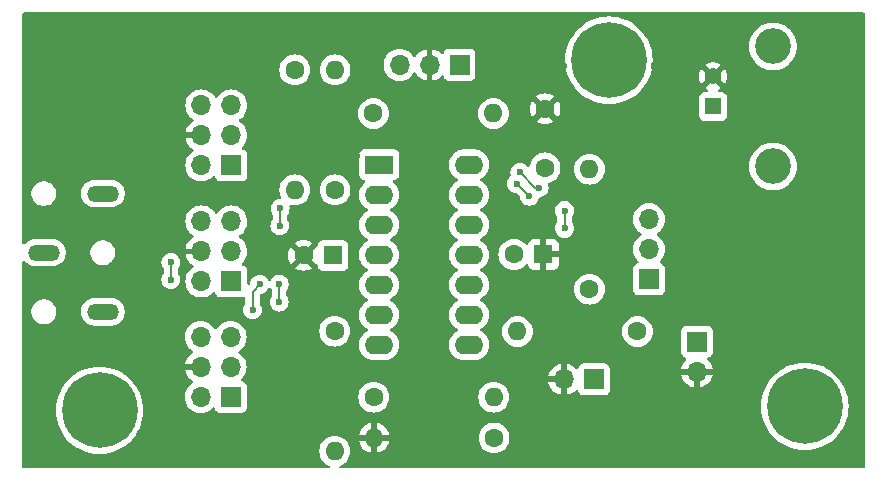
<source format=gbr>
%TF.GenerationSoftware,KiCad,Pcbnew,8.0.2*%
%TF.CreationDate,2024-06-03T18:04:33-06:00*%
%TF.ProjectId,2024_ECG_FinalProject,32303234-5f45-4434-975f-46696e616c50,rev?*%
%TF.SameCoordinates,Original*%
%TF.FileFunction,Copper,L2,Bot*%
%TF.FilePolarity,Positive*%
%FSLAX46Y46*%
G04 Gerber Fmt 4.6, Leading zero omitted, Abs format (unit mm)*
G04 Created by KiCad (PCBNEW 8.0.2) date 2024-06-03 18:04:33*
%MOMM*%
%LPD*%
G01*
G04 APERTURE LIST*
%TA.AperFunction,ComponentPad*%
%ADD10R,1.700000X1.700000*%
%TD*%
%TA.AperFunction,ComponentPad*%
%ADD11O,1.700000X1.700000*%
%TD*%
%TA.AperFunction,ComponentPad*%
%ADD12C,6.400000*%
%TD*%
%TA.AperFunction,ComponentPad*%
%ADD13R,1.398000X1.398000*%
%TD*%
%TA.AperFunction,ComponentPad*%
%ADD14C,1.398000*%
%TD*%
%TA.AperFunction,ComponentPad*%
%ADD15C,3.015000*%
%TD*%
%TA.AperFunction,ComponentPad*%
%ADD16R,2.400000X1.600000*%
%TD*%
%TA.AperFunction,ComponentPad*%
%ADD17O,2.400000X1.600000*%
%TD*%
%TA.AperFunction,ComponentPad*%
%ADD18C,1.600000*%
%TD*%
%TA.AperFunction,ComponentPad*%
%ADD19O,1.600000X1.600000*%
%TD*%
%TA.AperFunction,ComponentPad*%
%ADD20R,1.600000X1.600000*%
%TD*%
%TA.AperFunction,ComponentPad*%
%ADD21O,2.700000X1.350000*%
%TD*%
%TA.AperFunction,ViaPad*%
%ADD22C,0.600000*%
%TD*%
%TA.AperFunction,Conductor*%
%ADD23C,0.203200*%
%TD*%
G04 APERTURE END LIST*
D10*
%TO.P,J8,1,Pin_1*%
%TO.N,/Vout*%
X134955200Y-86029800D03*
D11*
%TO.P,J8,2,Pin_2*%
%TO.N,GND*%
X132415200Y-86029800D03*
%TD*%
D12*
%TO.P,H3,1*%
%TO.N,N/C*%
X93091000Y-88646000D03*
%TD*%
D13*
%TO.P,J6,1,1*%
%TO.N,Net-(J1-Pin_2)*%
X145032500Y-62915800D03*
D14*
%TO.P,J6,2,2*%
%TO.N,GND*%
X145032500Y-60375800D03*
D15*
%TO.P,J6,P1,SHIELD*%
%TO.N,unconnected-(J6-SHIELD-PadP1)*%
X150112500Y-57835800D03*
%TO.P,J6,P2,SHIELD__1*%
%TO.N,unconnected-(J6-SHIELD__1-PadP2)*%
X150112500Y-67995800D03*
%TD*%
D10*
%TO.P,J5,1,Pin_1*%
%TO.N,/LeadP*%
X104195800Y-87513400D03*
D11*
%TO.P,J5,2,Pin_2*%
%TO.N,unconnected-(J5-Pin_2-Pad2)*%
X101655800Y-87513400D03*
%TO.P,J5,3,Pin_3*%
%TO.N,/Lead1*%
X104195800Y-84973400D03*
%TO.P,J5,4,Pin_4*%
%TO.N,GND*%
X101655800Y-84973400D03*
%TO.P,J5,5,Pin_5*%
%TO.N,/LeadN*%
X104195800Y-82433400D03*
%TO.P,J5,6,Pin_6*%
%TO.N,unconnected-(J5-Pin_6-Pad6)*%
X101655800Y-82433400D03*
%TD*%
D16*
%TO.P,U1,1*%
%TO.N,Net-(R2-Pad1)*%
X116763800Y-67843400D03*
D17*
%TO.P,U1,2,-*%
%TO.N,Net-(U1A--)*%
X116763800Y-70383400D03*
%TO.P,U1,3,+*%
%TO.N,/LeadN*%
X116763800Y-72923400D03*
%TO.P,U1,4,V+*%
%TO.N,+15V*%
X116763800Y-75463400D03*
%TO.P,U1,5,+*%
%TO.N,/LeadP*%
X116763800Y-78003400D03*
%TO.P,U1,6,-*%
%TO.N,Net-(U1B--)*%
X116763800Y-80543400D03*
%TO.P,U1,7*%
%TO.N,Net-(R3-Pad1)*%
X116763800Y-83083400D03*
%TO.P,U1,8*%
%TO.N,/Vout*%
X124383800Y-83083400D03*
%TO.P,U1,9,-*%
%TO.N,Net-(U1C--)*%
X124383800Y-80543400D03*
%TO.P,U1,10,+*%
%TO.N,Net-(U1C-+)*%
X124383800Y-78003400D03*
%TO.P,U1,11,V-*%
%TO.N,-15V*%
X124383800Y-75463400D03*
%TO.P,U1,12,+*%
%TO.N,Net-(U1D-+)*%
X124383800Y-72923400D03*
%TO.P,U1,13,-*%
%TO.N,Net-(J1-Pin_3)*%
X124383800Y-70383400D03*
%TO.P,U1,14*%
X124383800Y-67843400D03*
%TD*%
D18*
%TO.P,R2,1*%
%TO.N,Net-(R2-Pad1)*%
X116281200Y-63500000D03*
D19*
%TO.P,R2,2*%
%TO.N,Net-(U1C--)*%
X126441200Y-63500000D03*
%TD*%
D10*
%TO.P,J1,1,Pin_1*%
%TO.N,/Vout*%
X139623800Y-77546200D03*
D11*
%TO.P,J1,2,Pin_2*%
%TO.N,Net-(J1-Pin_2)*%
X139623800Y-75006200D03*
%TO.P,J1,3,Pin_3*%
%TO.N,Net-(J1-Pin_3)*%
X139623800Y-72466200D03*
%TD*%
D12*
%TO.P,H1,1*%
%TO.N,N/C*%
X152806400Y-88315800D03*
%TD*%
D10*
%TO.P,J7,1,Pin_1*%
%TO.N,-15V*%
X123571000Y-59385200D03*
D11*
%TO.P,J7,2,Pin_2*%
%TO.N,GND*%
X121031000Y-59385200D03*
%TO.P,J7,3,Pin_3*%
%TO.N,+15V*%
X118491000Y-59385200D03*
%TD*%
D10*
%TO.P,J2,1,Pin_1*%
%TO.N,Net-(J1-Pin_2)*%
X143662400Y-82824400D03*
D11*
%TO.P,J2,2,Pin_2*%
%TO.N,GND*%
X143662400Y-85364400D03*
%TD*%
D20*
%TO.P,C3,1*%
%TO.N,GND*%
X130668913Y-75438000D03*
D18*
%TO.P,C3,2*%
%TO.N,-15V*%
X128168913Y-75438000D03*
%TD*%
D21*
%TO.P,J9,R*%
%TO.N,/Lead2*%
X93370400Y-70289400D03*
%TO.P,J9,S*%
%TO.N,/Lead3*%
X88370400Y-75289400D03*
%TO.P,J9,T*%
%TO.N,/Lead1*%
X93370400Y-80289400D03*
%TD*%
D18*
%TO.P,C1,1*%
%TO.N,Net-(U1D-+)*%
X130810000Y-68119000D03*
%TO.P,C1,2*%
%TO.N,GND*%
X130810000Y-63119000D03*
%TD*%
%TO.P,R5,1*%
%TO.N,Net-(U1B--)*%
X113004600Y-81940400D03*
D19*
%TO.P,R5,2*%
%TO.N,Net-(R3-Pad1)*%
X113004600Y-92100400D03*
%TD*%
D18*
%TO.P,R1,1*%
%TO.N,Net-(U1A--)*%
X109626400Y-59817000D03*
D19*
%TO.P,R1,2*%
%TO.N,Net-(U1B--)*%
X109626400Y-69977000D03*
%TD*%
D20*
%TO.P,C2,1*%
%TO.N,+15V*%
X112863513Y-75514200D03*
D18*
%TO.P,C2,2*%
%TO.N,GND*%
X110363513Y-75514200D03*
%TD*%
%TO.P,R6,1*%
%TO.N,Net-(U1C-+)*%
X126492000Y-90982800D03*
D19*
%TO.P,R6,2*%
%TO.N,GND*%
X116332000Y-90982800D03*
%TD*%
D10*
%TO.P,J3,1,Pin_1*%
%TO.N,/LeadP*%
X104246600Y-77734400D03*
D11*
%TO.P,J3,2,Pin_2*%
%TO.N,unconnected-(J3-Pin_2-Pad2)*%
X101706600Y-77734400D03*
%TO.P,J3,3,Pin_3*%
%TO.N,/Lead3*%
X104246600Y-75194400D03*
%TO.P,J3,4,Pin_4*%
%TO.N,GND*%
X101706600Y-75194400D03*
%TO.P,J3,5,Pin_5*%
%TO.N,/LeadN*%
X104246600Y-72654400D03*
%TO.P,J3,6,Pin_6*%
%TO.N,unconnected-(J3-Pin_6-Pad6)*%
X101706600Y-72654400D03*
%TD*%
D10*
%TO.P,J4,1,Pin_1*%
%TO.N,/LeadP*%
X104246600Y-67904600D03*
D11*
%TO.P,J4,2,Pin_2*%
%TO.N,unconnected-(J4-Pin_2-Pad2)*%
X101706600Y-67904600D03*
%TO.P,J4,3,Pin_3*%
%TO.N,/Lead2*%
X104246600Y-65364600D03*
%TO.P,J4,4,Pin_4*%
%TO.N,GND*%
X101706600Y-65364600D03*
%TO.P,J4,5,Pin_5*%
%TO.N,/LeadN*%
X104246600Y-62824600D03*
%TO.P,J4,6,Pin_6*%
%TO.N,unconnected-(J4-Pin_6-Pad6)*%
X101706600Y-62824600D03*
%TD*%
D18*
%TO.P,R4,1*%
%TO.N,Net-(U1A--)*%
X113030000Y-69977000D03*
D19*
%TO.P,R4,2*%
%TO.N,Net-(R2-Pad1)*%
X113030000Y-59817000D03*
%TD*%
D18*
%TO.P,R8,1*%
%TO.N,/Vout*%
X134569200Y-78384400D03*
D19*
%TO.P,R8,2*%
%TO.N,Net-(U1D-+)*%
X134569200Y-68224400D03*
%TD*%
D12*
%TO.P,H2,1*%
%TO.N,N/C*%
X136220200Y-59004200D03*
%TD*%
D18*
%TO.P,R7,1*%
%TO.N,/Vout*%
X138633200Y-81965800D03*
D19*
%TO.P,R7,2*%
%TO.N,Net-(U1C--)*%
X128473200Y-81965800D03*
%TD*%
D18*
%TO.P,R3,1*%
%TO.N,Net-(R3-Pad1)*%
X116306600Y-87528400D03*
D19*
%TO.P,R3,2*%
%TO.N,Net-(U1C-+)*%
X126466600Y-87528400D03*
%TD*%
D22*
%TO.N,GND*%
X147635400Y-74752600D03*
X94284800Y-62509400D03*
X137475400Y-87452600D03*
X119695400Y-89992600D03*
X155255400Y-59512600D03*
X134935400Y-92532600D03*
X94295400Y-56972600D03*
X114615400Y-56972600D03*
X132395400Y-89992600D03*
X124764800Y-92938600D03*
X112075400Y-84912600D03*
X114858800Y-67132200D03*
X140015400Y-59512600D03*
X114615400Y-92532600D03*
X101915400Y-59512600D03*
X127315400Y-84912600D03*
X147635400Y-67132600D03*
X109535400Y-87452600D03*
X137475400Y-89992600D03*
X127315400Y-56972600D03*
X129855400Y-92532600D03*
X145095400Y-92532600D03*
X106995400Y-59512600D03*
X89215400Y-72212600D03*
X106995400Y-89992600D03*
X94295400Y-67132600D03*
X112075400Y-87452600D03*
X147635400Y-87452600D03*
X129855400Y-84912600D03*
X130098800Y-77165200D03*
X125145800Y-64592200D03*
X132395400Y-56972600D03*
X155255400Y-82372600D03*
X89215400Y-87452600D03*
X137475400Y-74752600D03*
X96835400Y-92532600D03*
X150175400Y-79832600D03*
X89281000Y-60045600D03*
X94295400Y-84912600D03*
X91755400Y-82372600D03*
X106995400Y-92532600D03*
X129855400Y-59512600D03*
X145095400Y-89992600D03*
X140015400Y-56972600D03*
X89204800Y-62509400D03*
X155255400Y-67132600D03*
X142443200Y-71094600D03*
X91755400Y-60045600D03*
X129855400Y-89992600D03*
X145095400Y-74752600D03*
X91755400Y-64592600D03*
X89215400Y-84912600D03*
X104455400Y-59512600D03*
X129855400Y-87452600D03*
X137475400Y-79832600D03*
X140015400Y-67132600D03*
X112075400Y-67132600D03*
X109535400Y-56972600D03*
X155255400Y-74752600D03*
X109535400Y-89992600D03*
X104455400Y-92532600D03*
X132689600Y-64592200D03*
X155255400Y-62052600D03*
X152715400Y-79832600D03*
X152715400Y-72212600D03*
X112075400Y-79832600D03*
X97332800Y-59918600D03*
X152715400Y-92532600D03*
X124775400Y-84607400D03*
X119695400Y-82372600D03*
X147675600Y-84404200D03*
X140015400Y-87452600D03*
X140015400Y-89992600D03*
X152715400Y-82372600D03*
X114858800Y-64592200D03*
X96835400Y-89992600D03*
X145095400Y-79832600D03*
X147635400Y-56972600D03*
X152704800Y-84378800D03*
X112075400Y-62052600D03*
X155255400Y-69672600D03*
X127315400Y-59512600D03*
X129855400Y-56972600D03*
X155255400Y-92532600D03*
X96824800Y-62509400D03*
X142555400Y-89992600D03*
X96835400Y-64592600D03*
X106995400Y-56972600D03*
X89281000Y-57607200D03*
X140015400Y-79832600D03*
X155255400Y-77292600D03*
X99375400Y-87452600D03*
X145095400Y-56972600D03*
X140015400Y-69672600D03*
X109535400Y-84912600D03*
X150175400Y-92532600D03*
X119695400Y-79832600D03*
X99375400Y-62052600D03*
X145095400Y-87452600D03*
X150175400Y-74752600D03*
X137475400Y-69672600D03*
X137475400Y-64592600D03*
X96835400Y-87452600D03*
X145095400Y-77292600D03*
X122235400Y-89992600D03*
X152715400Y-62052600D03*
X147635400Y-69672600D03*
X99375400Y-64592600D03*
X112075400Y-56972600D03*
X96367600Y-84912200D03*
X152715400Y-69672600D03*
X155255400Y-64592600D03*
X91755400Y-67132600D03*
X94564200Y-59994800D03*
X97485200Y-57531000D03*
X94295400Y-92532600D03*
X155255400Y-79832600D03*
X125196600Y-89916000D03*
X155255400Y-72212600D03*
X112141000Y-89738200D03*
X132395400Y-62052600D03*
X137475400Y-67132600D03*
X109535400Y-92532600D03*
X147635400Y-92532600D03*
X104455400Y-89992600D03*
X132395400Y-59512600D03*
X137475400Y-92532600D03*
X99847400Y-57454800D03*
X155255400Y-84912600D03*
X147635400Y-81737200D03*
X132689600Y-67132200D03*
X96443800Y-69748400D03*
X119684800Y-92938600D03*
X122224800Y-92938600D03*
X96367600Y-74752600D03*
X147635400Y-62052600D03*
X132395400Y-92532600D03*
X134935400Y-64592600D03*
X96316800Y-79832600D03*
X142555400Y-87452600D03*
X119695400Y-77292600D03*
X150175400Y-81737200D03*
X114884200Y-84912200D03*
X99375400Y-92532600D03*
X91755400Y-84912600D03*
X119710200Y-84505800D03*
X155255400Y-56972600D03*
X112075400Y-64592600D03*
X147635400Y-72212600D03*
X150175400Y-84912600D03*
X94295400Y-64592600D03*
X134935400Y-89992600D03*
X89215400Y-92532600D03*
X150175400Y-64592600D03*
X99375400Y-82372600D03*
X142555400Y-79832600D03*
X140015400Y-92532600D03*
X91755400Y-56972600D03*
X134935400Y-74752600D03*
X94295400Y-72212600D03*
X91744800Y-62509400D03*
X150175400Y-77292600D03*
X107010200Y-61468000D03*
X91755400Y-92532600D03*
X152715400Y-67132600D03*
X124714000Y-61620400D03*
X152715400Y-64592600D03*
X152715400Y-77292600D03*
X89215400Y-82372600D03*
X147635400Y-77292600D03*
X112075400Y-77292600D03*
X134935400Y-82372600D03*
X89215400Y-64592600D03*
X127000000Y-77546200D03*
X150175400Y-72212600D03*
X147635400Y-64592600D03*
X140015400Y-62052600D03*
X129855400Y-79832600D03*
X101915400Y-92532600D03*
X152715400Y-56972600D03*
X89215400Y-89992600D03*
X142468600Y-76530200D03*
X89215400Y-67132600D03*
X152715400Y-74752600D03*
X147635400Y-89992600D03*
X91755400Y-74752600D03*
X132395400Y-82372600D03*
X99375400Y-89992600D03*
X132395400Y-69672600D03*
X101915400Y-89992600D03*
X119695400Y-87452600D03*
X150175400Y-62052600D03*
X96342200Y-72263000D03*
X140015400Y-84912600D03*
X140015400Y-64592600D03*
X101915400Y-57429400D03*
X147635400Y-79832600D03*
X147635400Y-59512600D03*
X104455400Y-56972600D03*
X142555400Y-92532600D03*
X114615400Y-82372600D03*
X152715400Y-59512600D03*
X99415600Y-59969400D03*
X91755400Y-72212600D03*
%TO.N,Net-(U1B--)*%
X108381800Y-71551800D03*
X108356400Y-73025000D03*
X108305600Y-79476600D03*
X108305600Y-77952600D03*
%TO.N,Net-(U1C--)*%
X130302000Y-69799200D03*
X132461000Y-71729600D03*
X132461000Y-73228200D03*
X128676400Y-68503800D03*
%TO.N,/LeadP*%
X99136200Y-77571600D03*
X99136200Y-76123800D03*
%TO.N,/LeadN*%
X106045000Y-80137000D03*
X106654600Y-77978000D03*
%TO.N,Net-(J1-Pin_3)*%
X128397000Y-69443600D03*
X129489200Y-70510400D03*
%TD*%
D23*
%TO.N,Net-(U1B--)*%
X108356400Y-73025000D02*
X108356400Y-71577200D01*
X108356400Y-71577200D02*
X108381800Y-71551800D01*
X108305600Y-79476600D02*
X108305600Y-77952600D01*
%TO.N,Net-(U1C--)*%
X129971800Y-69799200D02*
X128676400Y-68503800D01*
X130302000Y-69799200D02*
X129971800Y-69799200D01*
X132461000Y-73228200D02*
X132461000Y-71729600D01*
%TO.N,/LeadP*%
X99136200Y-76123800D02*
X99136200Y-77571600D01*
%TO.N,/LeadN*%
X106045000Y-78587600D02*
X106654600Y-77978000D01*
X106045000Y-80137000D02*
X106045000Y-78587600D01*
%TO.N,Net-(J1-Pin_3)*%
X128422400Y-69443600D02*
X128397000Y-69443600D01*
X129489200Y-70510400D02*
X128422400Y-69443600D01*
%TD*%
%TA.AperFunction,Conductor*%
%TO.N,GND*%
G36*
X157836939Y-54977785D02*
G01*
X157882694Y-55030589D01*
X157893900Y-55082100D01*
X157893900Y-93431700D01*
X157874215Y-93498739D01*
X157821411Y-93544494D01*
X157769900Y-93555700D01*
X113520273Y-93555700D01*
X113453234Y-93536015D01*
X113407479Y-93483211D01*
X113397535Y-93414053D01*
X113426560Y-93350497D01*
X113467868Y-93319318D01*
X113657334Y-93230968D01*
X113843739Y-93100447D01*
X114004647Y-92939539D01*
X114135168Y-92753134D01*
X114231339Y-92546896D01*
X114290235Y-92327092D01*
X114310068Y-92100400D01*
X114290235Y-91873708D01*
X114231339Y-91653904D01*
X114135168Y-91447666D01*
X114004647Y-91261261D01*
X114004645Y-91261258D01*
X113843741Y-91100354D01*
X113657334Y-90969832D01*
X113657332Y-90969831D01*
X113451097Y-90873661D01*
X113451088Y-90873658D01*
X113231297Y-90814766D01*
X113231293Y-90814765D01*
X113231292Y-90814765D01*
X113231291Y-90814764D01*
X113231286Y-90814764D01*
X113004602Y-90794932D01*
X113004598Y-90794932D01*
X112777913Y-90814764D01*
X112777902Y-90814766D01*
X112558111Y-90873658D01*
X112558102Y-90873661D01*
X112351867Y-90969831D01*
X112351865Y-90969832D01*
X112165458Y-91100354D01*
X112004554Y-91261258D01*
X111874032Y-91447665D01*
X111874031Y-91447667D01*
X111777861Y-91653902D01*
X111777858Y-91653911D01*
X111718966Y-91873702D01*
X111718964Y-91873713D01*
X111699132Y-92100398D01*
X111699132Y-92100401D01*
X111718964Y-92327086D01*
X111718966Y-92327097D01*
X111777858Y-92546888D01*
X111777861Y-92546897D01*
X111874031Y-92753132D01*
X111874032Y-92753134D01*
X112004554Y-92939541D01*
X112165458Y-93100445D01*
X112165461Y-93100447D01*
X112351866Y-93230968D01*
X112541332Y-93319318D01*
X112593771Y-93365491D01*
X112612923Y-93432684D01*
X112592707Y-93499565D01*
X112539542Y-93544900D01*
X112488927Y-93555700D01*
X86679700Y-93555700D01*
X86612661Y-93536015D01*
X86566906Y-93483211D01*
X86555700Y-93431700D01*
X86555700Y-88646000D01*
X89385422Y-88646000D01*
X89405722Y-89033338D01*
X89466398Y-89416433D01*
X89541619Y-89697164D01*
X89566788Y-89791094D01*
X89705787Y-90153197D01*
X89881877Y-90498793D01*
X90093122Y-90824082D01*
X90264294Y-91035461D01*
X90337219Y-91125516D01*
X90611484Y-91399781D01*
X90611488Y-91399784D01*
X90912917Y-91643877D01*
X91187109Y-91821939D01*
X91238211Y-91855125D01*
X91583806Y-92031214D01*
X91945913Y-92170214D01*
X92320567Y-92270602D01*
X92703662Y-92331278D01*
X93069576Y-92350455D01*
X93090999Y-92351578D01*
X93091000Y-92351578D01*
X93091001Y-92351578D01*
X93111301Y-92350514D01*
X93478338Y-92331278D01*
X93861433Y-92270602D01*
X94236087Y-92170214D01*
X94598194Y-92031214D01*
X94943789Y-91855125D01*
X95269084Y-91643876D01*
X95570516Y-91399781D01*
X95844781Y-91125516D01*
X96088876Y-90824084D01*
X96148157Y-90732799D01*
X115053127Y-90732799D01*
X115053128Y-90732800D01*
X116016314Y-90732800D01*
X116011920Y-90737194D01*
X115959259Y-90828406D01*
X115932000Y-90930139D01*
X115932000Y-91035461D01*
X115959259Y-91137194D01*
X116011920Y-91228406D01*
X116016314Y-91232800D01*
X115053128Y-91232800D01*
X115105730Y-91429117D01*
X115105734Y-91429126D01*
X115201865Y-91635282D01*
X115332342Y-91821620D01*
X115493179Y-91982457D01*
X115679517Y-92112934D01*
X115885673Y-92209065D01*
X115885682Y-92209069D01*
X116081999Y-92261672D01*
X116082000Y-92261671D01*
X116082000Y-91298486D01*
X116086394Y-91302880D01*
X116177606Y-91355541D01*
X116279339Y-91382800D01*
X116384661Y-91382800D01*
X116486394Y-91355541D01*
X116577606Y-91302880D01*
X116582000Y-91298486D01*
X116582000Y-92261672D01*
X116778317Y-92209069D01*
X116778326Y-92209065D01*
X116984482Y-92112934D01*
X117170820Y-91982457D01*
X117331657Y-91821620D01*
X117462134Y-91635282D01*
X117558265Y-91429126D01*
X117558269Y-91429117D01*
X117610872Y-91232800D01*
X116647686Y-91232800D01*
X116652080Y-91228406D01*
X116704741Y-91137194D01*
X116732000Y-91035461D01*
X116732000Y-90982798D01*
X125186532Y-90982798D01*
X125186532Y-90982801D01*
X125206364Y-91209486D01*
X125206366Y-91209497D01*
X125265258Y-91429288D01*
X125265261Y-91429297D01*
X125361431Y-91635532D01*
X125361432Y-91635534D01*
X125491954Y-91821941D01*
X125652858Y-91982845D01*
X125652861Y-91982847D01*
X125839266Y-92113368D01*
X126045504Y-92209539D01*
X126265308Y-92268435D01*
X126427230Y-92282601D01*
X126491998Y-92288268D01*
X126492000Y-92288268D01*
X126492002Y-92288268D01*
X126548673Y-92283309D01*
X126718692Y-92268435D01*
X126938496Y-92209539D01*
X127144734Y-92113368D01*
X127331139Y-91982847D01*
X127492047Y-91821939D01*
X127622568Y-91635534D01*
X127718739Y-91429296D01*
X127777635Y-91209492D01*
X127797468Y-90982800D01*
X127796333Y-90969832D01*
X127791801Y-90918030D01*
X127777635Y-90756108D01*
X127718739Y-90536304D01*
X127622568Y-90330066D01*
X127492047Y-90143661D01*
X127492045Y-90143658D01*
X127331141Y-89982754D01*
X127144734Y-89852232D01*
X127144732Y-89852231D01*
X126938497Y-89756061D01*
X126938488Y-89756058D01*
X126718697Y-89697166D01*
X126718693Y-89697165D01*
X126718692Y-89697165D01*
X126718691Y-89697164D01*
X126718686Y-89697164D01*
X126492002Y-89677332D01*
X126491998Y-89677332D01*
X126265313Y-89697164D01*
X126265302Y-89697166D01*
X126045511Y-89756058D01*
X126045502Y-89756061D01*
X125839267Y-89852231D01*
X125839265Y-89852232D01*
X125652858Y-89982754D01*
X125491954Y-90143658D01*
X125361432Y-90330065D01*
X125361431Y-90330067D01*
X125265261Y-90536302D01*
X125265258Y-90536311D01*
X125206366Y-90756102D01*
X125206364Y-90756113D01*
X125186532Y-90982798D01*
X116732000Y-90982798D01*
X116732000Y-90930139D01*
X116704741Y-90828406D01*
X116652080Y-90737194D01*
X116647686Y-90732800D01*
X117610872Y-90732800D01*
X117610872Y-90732799D01*
X117558269Y-90536482D01*
X117558265Y-90536473D01*
X117462134Y-90330317D01*
X117331657Y-90143979D01*
X117170820Y-89983142D01*
X116984482Y-89852665D01*
X116778328Y-89756534D01*
X116582000Y-89703927D01*
X116582000Y-90667114D01*
X116577606Y-90662720D01*
X116486394Y-90610059D01*
X116384661Y-90582800D01*
X116279339Y-90582800D01*
X116177606Y-90610059D01*
X116086394Y-90662720D01*
X116082000Y-90667114D01*
X116082000Y-89703927D01*
X115885671Y-89756534D01*
X115679517Y-89852665D01*
X115493179Y-89983142D01*
X115332342Y-90143979D01*
X115201865Y-90330317D01*
X115105734Y-90536473D01*
X115105730Y-90536482D01*
X115053127Y-90732799D01*
X96148157Y-90732799D01*
X96300125Y-90498789D01*
X96476214Y-90153194D01*
X96615214Y-89791087D01*
X96715602Y-89416433D01*
X96776278Y-89033338D01*
X96796578Y-88646000D01*
X96776278Y-88258662D01*
X96715602Y-87875567D01*
X96615214Y-87500913D01*
X96476214Y-87138806D01*
X96300125Y-86793211D01*
X96300122Y-86793206D01*
X96088877Y-86467917D01*
X95944877Y-86290092D01*
X95844781Y-86166484D01*
X95570516Y-85892219D01*
X95412795Y-85764499D01*
X95269082Y-85648122D01*
X94943793Y-85436877D01*
X94598197Y-85260787D01*
X94236094Y-85121788D01*
X94236087Y-85121786D01*
X93861433Y-85021398D01*
X93861429Y-85021397D01*
X93861428Y-85021397D01*
X93478339Y-84960722D01*
X93091001Y-84940422D01*
X93090999Y-84940422D01*
X92703660Y-84960722D01*
X92320572Y-85021397D01*
X92320570Y-85021397D01*
X91945905Y-85121788D01*
X91583802Y-85260787D01*
X91238206Y-85436877D01*
X90912917Y-85648122D01*
X90611488Y-85892215D01*
X90611480Y-85892222D01*
X90337222Y-86166480D01*
X90337215Y-86166488D01*
X90093122Y-86467917D01*
X89881877Y-86793206D01*
X89705787Y-87138802D01*
X89566788Y-87500905D01*
X89466397Y-87875570D01*
X89466397Y-87875572D01*
X89405722Y-88258660D01*
X89402727Y-88315800D01*
X89385422Y-88646000D01*
X86555700Y-88646000D01*
X86555700Y-82433399D01*
X100300141Y-82433399D01*
X100300141Y-82433400D01*
X100320736Y-82668803D01*
X100320738Y-82668813D01*
X100381894Y-82897055D01*
X100381896Y-82897059D01*
X100381897Y-82897063D01*
X100465158Y-83075617D01*
X100481765Y-83111230D01*
X100481767Y-83111234D01*
X100562151Y-83226033D01*
X100617301Y-83304796D01*
X100617306Y-83304802D01*
X100784397Y-83471893D01*
X100784403Y-83471898D01*
X100970394Y-83602130D01*
X101014019Y-83656707D01*
X101021213Y-83726205D01*
X100989690Y-83788560D01*
X100970395Y-83805280D01*
X100784722Y-83935290D01*
X100784720Y-83935291D01*
X100617691Y-84102320D01*
X100617686Y-84102326D01*
X100482200Y-84295820D01*
X100482199Y-84295822D01*
X100382370Y-84509907D01*
X100382367Y-84509913D01*
X100325164Y-84723399D01*
X100325164Y-84723400D01*
X101222788Y-84723400D01*
X101189875Y-84780407D01*
X101155800Y-84907574D01*
X101155800Y-85039226D01*
X101189875Y-85166393D01*
X101222788Y-85223400D01*
X100325164Y-85223400D01*
X100382367Y-85436886D01*
X100382370Y-85436892D01*
X100482199Y-85650978D01*
X100617694Y-85844482D01*
X100784717Y-86011505D01*
X100970395Y-86141519D01*
X101014019Y-86196096D01*
X101021212Y-86265595D01*
X100989690Y-86327949D01*
X100970395Y-86344669D01*
X100784394Y-86474908D01*
X100617305Y-86641997D01*
X100481765Y-86835569D01*
X100481764Y-86835571D01*
X100381898Y-87049735D01*
X100381894Y-87049744D01*
X100320738Y-87277986D01*
X100320736Y-87277996D01*
X100300141Y-87513399D01*
X100300141Y-87513400D01*
X100320736Y-87748803D01*
X100320738Y-87748813D01*
X100381894Y-87977055D01*
X100381896Y-87977059D01*
X100381897Y-87977063D01*
X100466299Y-88158063D01*
X100481765Y-88191230D01*
X100481767Y-88191234D01*
X100528980Y-88258660D01*
X100617305Y-88384801D01*
X100784399Y-88551895D01*
X100881184Y-88619665D01*
X100977965Y-88687432D01*
X100977967Y-88687433D01*
X100977970Y-88687435D01*
X101192137Y-88787303D01*
X101420392Y-88848463D01*
X101596834Y-88863900D01*
X101655799Y-88869059D01*
X101655800Y-88869059D01*
X101655801Y-88869059D01*
X101714766Y-88863900D01*
X101891208Y-88848463D01*
X102119463Y-88787303D01*
X102333630Y-88687435D01*
X102527201Y-88551895D01*
X102649129Y-88429966D01*
X102710448Y-88396484D01*
X102780140Y-88401468D01*
X102836074Y-88443339D01*
X102852989Y-88474317D01*
X102902002Y-88605728D01*
X102902006Y-88605735D01*
X102988252Y-88720944D01*
X102988255Y-88720947D01*
X103103464Y-88807193D01*
X103103471Y-88807197D01*
X103238317Y-88857491D01*
X103238316Y-88857491D01*
X103245244Y-88858235D01*
X103297927Y-88863900D01*
X105093672Y-88863899D01*
X105153283Y-88857491D01*
X105288131Y-88807196D01*
X105403346Y-88720946D01*
X105489596Y-88605731D01*
X105539891Y-88470883D01*
X105546300Y-88411273D01*
X105546300Y-87528398D01*
X115001132Y-87528398D01*
X115001132Y-87528401D01*
X115020964Y-87755086D01*
X115020966Y-87755097D01*
X115079858Y-87974888D01*
X115079861Y-87974897D01*
X115176031Y-88181132D01*
X115176032Y-88181134D01*
X115306554Y-88367541D01*
X115467458Y-88528445D01*
X115500953Y-88551898D01*
X115653866Y-88658968D01*
X115860104Y-88755139D01*
X116079908Y-88814035D01*
X116241830Y-88828201D01*
X116306598Y-88833868D01*
X116306600Y-88833868D01*
X116306602Y-88833868D01*
X116363273Y-88828909D01*
X116533292Y-88814035D01*
X116753096Y-88755139D01*
X116959334Y-88658968D01*
X117145739Y-88528447D01*
X117306647Y-88367539D01*
X117437168Y-88181134D01*
X117533339Y-87974896D01*
X117592235Y-87755092D01*
X117612068Y-87528400D01*
X117612068Y-87528398D01*
X125161132Y-87528398D01*
X125161132Y-87528401D01*
X125180964Y-87755086D01*
X125180966Y-87755097D01*
X125239858Y-87974888D01*
X125239861Y-87974897D01*
X125336031Y-88181132D01*
X125336032Y-88181134D01*
X125466554Y-88367541D01*
X125627458Y-88528445D01*
X125660953Y-88551898D01*
X125813866Y-88658968D01*
X126020104Y-88755139D01*
X126239908Y-88814035D01*
X126401830Y-88828201D01*
X126466598Y-88833868D01*
X126466600Y-88833868D01*
X126466602Y-88833868D01*
X126523273Y-88828909D01*
X126693292Y-88814035D01*
X126913096Y-88755139D01*
X127119334Y-88658968D01*
X127305739Y-88528447D01*
X127466647Y-88367539D01*
X127502875Y-88315799D01*
X149100822Y-88315799D01*
X149100822Y-88315800D01*
X149121122Y-88703139D01*
X149181797Y-89086227D01*
X149181797Y-89086229D01*
X149282188Y-89460894D01*
X149421187Y-89822997D01*
X149597277Y-90168593D01*
X149808522Y-90493882D01*
X150005553Y-90737194D01*
X150052619Y-90795316D01*
X150326884Y-91069581D01*
X150395952Y-91125511D01*
X150628317Y-91313677D01*
X150834644Y-91447667D01*
X150953611Y-91524925D01*
X151299206Y-91701014D01*
X151661313Y-91840014D01*
X152035967Y-91940402D01*
X152419062Y-92001078D01*
X152784976Y-92020255D01*
X152806399Y-92021378D01*
X152806400Y-92021378D01*
X152806401Y-92021378D01*
X152826701Y-92020314D01*
X153193738Y-92001078D01*
X153576833Y-91940402D01*
X153951487Y-91840014D01*
X154313594Y-91701014D01*
X154659189Y-91524925D01*
X154984484Y-91313676D01*
X155285916Y-91069581D01*
X155560181Y-90795316D01*
X155804276Y-90493884D01*
X156015525Y-90168589D01*
X156191614Y-89822994D01*
X156330614Y-89460887D01*
X156431002Y-89086233D01*
X156491678Y-88703138D01*
X156511978Y-88315800D01*
X156491678Y-87928462D01*
X156431002Y-87545367D01*
X156330614Y-87170713D01*
X156191614Y-86808606D01*
X156015525Y-86463011D01*
X155988288Y-86421069D01*
X155804277Y-86137717D01*
X155567073Y-85844795D01*
X155560181Y-85836284D01*
X155285916Y-85562019D01*
X155131610Y-85437064D01*
X154984482Y-85317922D01*
X154659193Y-85106677D01*
X154313597Y-84930587D01*
X153951494Y-84791588D01*
X153909766Y-84780407D01*
X153576833Y-84691198D01*
X153576829Y-84691197D01*
X153576828Y-84691197D01*
X153193739Y-84630522D01*
X152806401Y-84610222D01*
X152806399Y-84610222D01*
X152419060Y-84630522D01*
X152035972Y-84691197D01*
X152035970Y-84691197D01*
X151661305Y-84791588D01*
X151299202Y-84930587D01*
X150953606Y-85106677D01*
X150628317Y-85317922D01*
X150326888Y-85562015D01*
X150326880Y-85562022D01*
X150052622Y-85836280D01*
X150052615Y-85836288D01*
X149808522Y-86137717D01*
X149597277Y-86463006D01*
X149421187Y-86808602D01*
X149282188Y-87170705D01*
X149181797Y-87545370D01*
X149181797Y-87545372D01*
X149121122Y-87928460D01*
X149100822Y-88315799D01*
X127502875Y-88315799D01*
X127597168Y-88181134D01*
X127693339Y-87974896D01*
X127752235Y-87755092D01*
X127772068Y-87528400D01*
X127769662Y-87500905D01*
X127757373Y-87360434D01*
X127752235Y-87301708D01*
X127693339Y-87081904D01*
X127597168Y-86875666D01*
X127466647Y-86689261D01*
X127466645Y-86689258D01*
X127305741Y-86528354D01*
X127119334Y-86397832D01*
X127119332Y-86397831D01*
X126913097Y-86301661D01*
X126913088Y-86301658D01*
X126693297Y-86242766D01*
X126693293Y-86242765D01*
X126693292Y-86242765D01*
X126693291Y-86242764D01*
X126693286Y-86242764D01*
X126466602Y-86222932D01*
X126466598Y-86222932D01*
X126239913Y-86242764D01*
X126239902Y-86242766D01*
X126020111Y-86301658D01*
X126020102Y-86301661D01*
X125813867Y-86397831D01*
X125813865Y-86397832D01*
X125627458Y-86528354D01*
X125466554Y-86689258D01*
X125336032Y-86875665D01*
X125336031Y-86875667D01*
X125239861Y-87081902D01*
X125239858Y-87081911D01*
X125180966Y-87301702D01*
X125180964Y-87301713D01*
X125161132Y-87528398D01*
X117612068Y-87528398D01*
X117609662Y-87500905D01*
X117597373Y-87360434D01*
X117592235Y-87301708D01*
X117533339Y-87081904D01*
X117437168Y-86875666D01*
X117306647Y-86689261D01*
X117306645Y-86689258D01*
X117145741Y-86528354D01*
X116959334Y-86397832D01*
X116959332Y-86397831D01*
X116753097Y-86301661D01*
X116753088Y-86301658D01*
X116533297Y-86242766D01*
X116533293Y-86242765D01*
X116533292Y-86242765D01*
X116533291Y-86242764D01*
X116533286Y-86242764D01*
X116306602Y-86222932D01*
X116306598Y-86222932D01*
X116079913Y-86242764D01*
X116079902Y-86242766D01*
X115860111Y-86301658D01*
X115860102Y-86301661D01*
X115653867Y-86397831D01*
X115653865Y-86397832D01*
X115467458Y-86528354D01*
X115306554Y-86689258D01*
X115176032Y-86875665D01*
X115176031Y-86875667D01*
X115079861Y-87081902D01*
X115079858Y-87081911D01*
X115020966Y-87301702D01*
X115020964Y-87301713D01*
X115001132Y-87528398D01*
X105546300Y-87528398D01*
X105546299Y-86615528D01*
X105539891Y-86555917D01*
X105538610Y-86552483D01*
X105489597Y-86421071D01*
X105489593Y-86421064D01*
X105403347Y-86305855D01*
X105403344Y-86305852D01*
X105288135Y-86219606D01*
X105288128Y-86219602D01*
X105156717Y-86170589D01*
X105100783Y-86128718D01*
X105076366Y-86063253D01*
X105091218Y-85994980D01*
X105112363Y-85966732D01*
X105234295Y-85844801D01*
X105279810Y-85779799D01*
X131084564Y-85779799D01*
X131084564Y-85779800D01*
X131982188Y-85779800D01*
X131949275Y-85836807D01*
X131915200Y-85963974D01*
X131915200Y-86095626D01*
X131949275Y-86222793D01*
X131982188Y-86279800D01*
X131084564Y-86279800D01*
X131141767Y-86493286D01*
X131141770Y-86493292D01*
X131241599Y-86707378D01*
X131377094Y-86900882D01*
X131544117Y-87067905D01*
X131737621Y-87203400D01*
X131951707Y-87303229D01*
X131951716Y-87303233D01*
X132165200Y-87360434D01*
X132165200Y-86462812D01*
X132222207Y-86495725D01*
X132349374Y-86529800D01*
X132481026Y-86529800D01*
X132608193Y-86495725D01*
X132665200Y-86462812D01*
X132665200Y-87360433D01*
X132878683Y-87303233D01*
X132878692Y-87303229D01*
X133092778Y-87203400D01*
X133286278Y-87067908D01*
X133408333Y-86945853D01*
X133469656Y-86912368D01*
X133539348Y-86917352D01*
X133595282Y-86959223D01*
X133612197Y-86990201D01*
X133661402Y-87122128D01*
X133661406Y-87122135D01*
X133747652Y-87237344D01*
X133747655Y-87237347D01*
X133862864Y-87323593D01*
X133862871Y-87323597D01*
X133997717Y-87373891D01*
X133997716Y-87373891D01*
X134004644Y-87374635D01*
X134057327Y-87380300D01*
X135853072Y-87380299D01*
X135912683Y-87373891D01*
X136047531Y-87323596D01*
X136162746Y-87237346D01*
X136248996Y-87122131D01*
X136299291Y-86987283D01*
X136305700Y-86927673D01*
X136305699Y-85131928D01*
X136299291Y-85072317D01*
X136298202Y-85069398D01*
X136248997Y-84937471D01*
X136248993Y-84937464D01*
X136162747Y-84822255D01*
X136162744Y-84822252D01*
X136047535Y-84736006D01*
X136047528Y-84736002D01*
X135912682Y-84685708D01*
X135912683Y-84685708D01*
X135853083Y-84679301D01*
X135853081Y-84679300D01*
X135853073Y-84679300D01*
X135853064Y-84679300D01*
X134057329Y-84679300D01*
X134057323Y-84679301D01*
X133997716Y-84685708D01*
X133862871Y-84736002D01*
X133862864Y-84736006D01*
X133747655Y-84822252D01*
X133747652Y-84822255D01*
X133661406Y-84937464D01*
X133661402Y-84937471D01*
X133612197Y-85069398D01*
X133570326Y-85125332D01*
X133504861Y-85149749D01*
X133436588Y-85134897D01*
X133408334Y-85113746D01*
X133286282Y-84991694D01*
X133092778Y-84856199D01*
X132878692Y-84756370D01*
X132878686Y-84756367D01*
X132665200Y-84699164D01*
X132665200Y-85596788D01*
X132608193Y-85563875D01*
X132481026Y-85529800D01*
X132349374Y-85529800D01*
X132222207Y-85563875D01*
X132165200Y-85596788D01*
X132165200Y-84699164D01*
X132165199Y-84699164D01*
X131951713Y-84756367D01*
X131951707Y-84756370D01*
X131737622Y-84856199D01*
X131737620Y-84856200D01*
X131544126Y-84991686D01*
X131544120Y-84991691D01*
X131377091Y-85158720D01*
X131377086Y-85158726D01*
X131241600Y-85352220D01*
X131241599Y-85352222D01*
X131141770Y-85566307D01*
X131141767Y-85566313D01*
X131084564Y-85779799D01*
X105279810Y-85779799D01*
X105369835Y-85651230D01*
X105469703Y-85437063D01*
X105530863Y-85208808D01*
X105551459Y-84973400D01*
X105530863Y-84737992D01*
X105469703Y-84509737D01*
X105369835Y-84295571D01*
X105364967Y-84288618D01*
X105234294Y-84101997D01*
X105067202Y-83934906D01*
X105067196Y-83934901D01*
X104881642Y-83804975D01*
X104838017Y-83750398D01*
X104830823Y-83680900D01*
X104862346Y-83618545D01*
X104881642Y-83601825D01*
X104909071Y-83582619D01*
X105067201Y-83471895D01*
X105234295Y-83304801D01*
X105369835Y-83111230D01*
X105469703Y-82897063D01*
X105530863Y-82668808D01*
X105551459Y-82433400D01*
X105530863Y-82197992D01*
X105469703Y-81969737D01*
X105456022Y-81940398D01*
X111699132Y-81940398D01*
X111699132Y-81940401D01*
X111718964Y-82167086D01*
X111718966Y-82167097D01*
X111777858Y-82386888D01*
X111777861Y-82386897D01*
X111874031Y-82593132D01*
X111874032Y-82593134D01*
X112004554Y-82779541D01*
X112165458Y-82940445D01*
X112165461Y-82940447D01*
X112351866Y-83070968D01*
X112558104Y-83167139D01*
X112777908Y-83226035D01*
X112939830Y-83240201D01*
X113004598Y-83245868D01*
X113004600Y-83245868D01*
X113004602Y-83245868D01*
X113061273Y-83240909D01*
X113231292Y-83226035D01*
X113451096Y-83167139D01*
X113657334Y-83070968D01*
X113843739Y-82940447D01*
X114004647Y-82779539D01*
X114135168Y-82593134D01*
X114231339Y-82386896D01*
X114290235Y-82167092D01*
X114310068Y-81940400D01*
X114308854Y-81926529D01*
X114303639Y-81866916D01*
X114290235Y-81713708D01*
X114231339Y-81493904D01*
X114135168Y-81287666D01*
X114004647Y-81101261D01*
X114004645Y-81101258D01*
X113843741Y-80940354D01*
X113657334Y-80809832D01*
X113657332Y-80809831D01*
X113451097Y-80713661D01*
X113451088Y-80713658D01*
X113231297Y-80654766D01*
X113231293Y-80654765D01*
X113231292Y-80654765D01*
X113231291Y-80654764D01*
X113231286Y-80654764D01*
X113004602Y-80634932D01*
X113004598Y-80634932D01*
X112777913Y-80654764D01*
X112777902Y-80654766D01*
X112558111Y-80713658D01*
X112558102Y-80713661D01*
X112351867Y-80809831D01*
X112351865Y-80809832D01*
X112165458Y-80940354D01*
X112004554Y-81101258D01*
X111874032Y-81287665D01*
X111874031Y-81287667D01*
X111777861Y-81493902D01*
X111777858Y-81493911D01*
X111718966Y-81713702D01*
X111718964Y-81713713D01*
X111699132Y-81940398D01*
X105456022Y-81940398D01*
X105369835Y-81755571D01*
X105366558Y-81750890D01*
X105234294Y-81561997D01*
X105067202Y-81394906D01*
X105067195Y-81394901D01*
X104873634Y-81259367D01*
X104873630Y-81259365D01*
X104799962Y-81225013D01*
X104659463Y-81159497D01*
X104659459Y-81159496D01*
X104659455Y-81159494D01*
X104431213Y-81098338D01*
X104431203Y-81098336D01*
X104195801Y-81077741D01*
X104195799Y-81077741D01*
X103960396Y-81098336D01*
X103960386Y-81098338D01*
X103732144Y-81159494D01*
X103732135Y-81159498D01*
X103517971Y-81259364D01*
X103517969Y-81259365D01*
X103324397Y-81394905D01*
X103157305Y-81561997D01*
X103027375Y-81747558D01*
X102972798Y-81791183D01*
X102903300Y-81798377D01*
X102840945Y-81766854D01*
X102824225Y-81747558D01*
X102694294Y-81561997D01*
X102527202Y-81394906D01*
X102527195Y-81394901D01*
X102333634Y-81259367D01*
X102333630Y-81259365D01*
X102259962Y-81225013D01*
X102119463Y-81159497D01*
X102119459Y-81159496D01*
X102119455Y-81159494D01*
X101891213Y-81098338D01*
X101891203Y-81098336D01*
X101655801Y-81077741D01*
X101655799Y-81077741D01*
X101420396Y-81098336D01*
X101420386Y-81098338D01*
X101192144Y-81159494D01*
X101192135Y-81159498D01*
X100977971Y-81259364D01*
X100977969Y-81259365D01*
X100784397Y-81394905D01*
X100617305Y-81561997D01*
X100481765Y-81755569D01*
X100481764Y-81755571D01*
X100381898Y-81969735D01*
X100381894Y-81969744D01*
X100320738Y-82197986D01*
X100320736Y-82197996D01*
X100300141Y-82433399D01*
X86555700Y-82433399D01*
X86555700Y-80185930D01*
X87319900Y-80185930D01*
X87319900Y-80392869D01*
X87360268Y-80595812D01*
X87360270Y-80595820D01*
X87384685Y-80654764D01*
X87439459Y-80786998D01*
X87454716Y-80809832D01*
X87554424Y-80959057D01*
X87700742Y-81105375D01*
X87700745Y-81105377D01*
X87872802Y-81220341D01*
X88063980Y-81299530D01*
X88266930Y-81339899D01*
X88266934Y-81339900D01*
X88266935Y-81339900D01*
X88473866Y-81339900D01*
X88473867Y-81339899D01*
X88676820Y-81299530D01*
X88867998Y-81220341D01*
X89040055Y-81105377D01*
X89186377Y-80959055D01*
X89301341Y-80786998D01*
X89380530Y-80595820D01*
X89420900Y-80392865D01*
X89420900Y-80196886D01*
X91519900Y-80196886D01*
X91519900Y-80381914D01*
X91521635Y-80392866D01*
X91548845Y-80564665D01*
X91606019Y-80740632D01*
X91606020Y-80740635D01*
X91690022Y-80905496D01*
X91798779Y-81055187D01*
X91929613Y-81186021D01*
X92079304Y-81294778D01*
X92160163Y-81335977D01*
X92244164Y-81378779D01*
X92244167Y-81378780D01*
X92293796Y-81394905D01*
X92420136Y-81435955D01*
X92602886Y-81464900D01*
X92602887Y-81464900D01*
X94137913Y-81464900D01*
X94137914Y-81464900D01*
X94320664Y-81435955D01*
X94496635Y-81378779D01*
X94661496Y-81294778D01*
X94811187Y-81186021D01*
X94942021Y-81055187D01*
X95050778Y-80905496D01*
X95134779Y-80740635D01*
X95191955Y-80564664D01*
X95220900Y-80381914D01*
X95220900Y-80196886D01*
X95191955Y-80014136D01*
X95134779Y-79838165D01*
X95134779Y-79838164D01*
X95062434Y-79696181D01*
X95050778Y-79673304D01*
X94942021Y-79523613D01*
X94811187Y-79392779D01*
X94661496Y-79284022D01*
X94630228Y-79268090D01*
X94496635Y-79200020D01*
X94496632Y-79200019D01*
X94320665Y-79142845D01*
X94221103Y-79127076D01*
X94137914Y-79113900D01*
X92602886Y-79113900D01*
X92541969Y-79123548D01*
X92420134Y-79142845D01*
X92244167Y-79200019D01*
X92244164Y-79200020D01*
X92079303Y-79284022D01*
X92007885Y-79335911D01*
X91929613Y-79392779D01*
X91929611Y-79392781D01*
X91929610Y-79392781D01*
X91798781Y-79523610D01*
X91798781Y-79523611D01*
X91798779Y-79523613D01*
X91778566Y-79551434D01*
X91690022Y-79673303D01*
X91606020Y-79838164D01*
X91606019Y-79838167D01*
X91548845Y-80014134D01*
X91548845Y-80014136D01*
X91519900Y-80196886D01*
X89420900Y-80196886D01*
X89420900Y-80185935D01*
X89380530Y-79982980D01*
X89301341Y-79791802D01*
X89186377Y-79619745D01*
X89186375Y-79619742D01*
X89040057Y-79473424D01*
X88906051Y-79383885D01*
X88867998Y-79358459D01*
X88819040Y-79338180D01*
X88676820Y-79279270D01*
X88676812Y-79279268D01*
X88473869Y-79238900D01*
X88473865Y-79238900D01*
X88266935Y-79238900D01*
X88266930Y-79238900D01*
X88063987Y-79279268D01*
X88063979Y-79279270D01*
X87872803Y-79358458D01*
X87700742Y-79473424D01*
X87554424Y-79619742D01*
X87439458Y-79791803D01*
X87360270Y-79982979D01*
X87360268Y-79982987D01*
X87319900Y-80185930D01*
X86555700Y-80185930D01*
X86555700Y-76102249D01*
X86575385Y-76035210D01*
X86628189Y-75989455D01*
X86697347Y-75979511D01*
X86760903Y-76008536D01*
X86780015Y-76029360D01*
X86798779Y-76055187D01*
X86929613Y-76186021D01*
X87079304Y-76294778D01*
X87110382Y-76310613D01*
X87244164Y-76378779D01*
X87244167Y-76378780D01*
X87332150Y-76407367D01*
X87420136Y-76435955D01*
X87602886Y-76464900D01*
X87602887Y-76464900D01*
X89137913Y-76464900D01*
X89137914Y-76464900D01*
X89320664Y-76435955D01*
X89496635Y-76378779D01*
X89661496Y-76294778D01*
X89811187Y-76186021D01*
X89942021Y-76055187D01*
X90050778Y-75905496D01*
X90134779Y-75740635D01*
X90191955Y-75564664D01*
X90220900Y-75381914D01*
X90220900Y-75196886D01*
X90219165Y-75185930D01*
X92319900Y-75185930D01*
X92319900Y-75392869D01*
X92360268Y-75595812D01*
X92360270Y-75595820D01*
X92428195Y-75759806D01*
X92439459Y-75786998D01*
X92467516Y-75828988D01*
X92554424Y-75959057D01*
X92700742Y-76105375D01*
X92700745Y-76105377D01*
X92872802Y-76220341D01*
X93063980Y-76299530D01*
X93260661Y-76338652D01*
X93266930Y-76339899D01*
X93266934Y-76339900D01*
X93266935Y-76339900D01*
X93473866Y-76339900D01*
X93473867Y-76339899D01*
X93676820Y-76299530D01*
X93867998Y-76220341D01*
X94012489Y-76123796D01*
X98330635Y-76123796D01*
X98330635Y-76123803D01*
X98350830Y-76303049D01*
X98350831Y-76303054D01*
X98410411Y-76473323D01*
X98434143Y-76511092D01*
X98506384Y-76626062D01*
X98506391Y-76626069D01*
X98507041Y-76626884D01*
X98507301Y-76627521D01*
X98510089Y-76631958D01*
X98509312Y-76632446D01*
X98533454Y-76691569D01*
X98534100Y-76704205D01*
X98534100Y-76991194D01*
X98514415Y-77058233D01*
X98507047Y-77068507D01*
X98506384Y-77069338D01*
X98410411Y-77222076D01*
X98350831Y-77392345D01*
X98350830Y-77392350D01*
X98330635Y-77571596D01*
X98330635Y-77571603D01*
X98350830Y-77750849D01*
X98350831Y-77750854D01*
X98410411Y-77921123D01*
X98463621Y-78005805D01*
X98506384Y-78073862D01*
X98633938Y-78201416D01*
X98786678Y-78297389D01*
X98956945Y-78356968D01*
X98956950Y-78356969D01*
X99136196Y-78377165D01*
X99136200Y-78377165D01*
X99136204Y-78377165D01*
X99315449Y-78356969D01*
X99315452Y-78356968D01*
X99315455Y-78356968D01*
X99485722Y-78297389D01*
X99638462Y-78201416D01*
X99766016Y-78073862D01*
X99861989Y-77921122D01*
X99921568Y-77750855D01*
X99927426Y-77698865D01*
X99941765Y-77571603D01*
X99941765Y-77571596D01*
X99921569Y-77392350D01*
X99921568Y-77392345D01*
X99906115Y-77348184D01*
X99861989Y-77222078D01*
X99766016Y-77069338D01*
X99766011Y-77069333D01*
X99765353Y-77068507D01*
X99765092Y-77067868D01*
X99762311Y-77063442D01*
X99763086Y-77062954D01*
X99738945Y-77003821D01*
X99738300Y-76991194D01*
X99738300Y-76704205D01*
X99757985Y-76637166D01*
X99765359Y-76626884D01*
X99766003Y-76626074D01*
X99766016Y-76626062D01*
X99861989Y-76473322D01*
X99921568Y-76303055D01*
X99921965Y-76299530D01*
X99941765Y-76123803D01*
X99941765Y-76123796D01*
X99921569Y-75944550D01*
X99921568Y-75944545D01*
X99898143Y-75877601D01*
X99861989Y-75774278D01*
X99766016Y-75621538D01*
X99638462Y-75493984D01*
X99485723Y-75398011D01*
X99315454Y-75338431D01*
X99315449Y-75338430D01*
X99136204Y-75318235D01*
X99136196Y-75318235D01*
X98956950Y-75338430D01*
X98956945Y-75338431D01*
X98786676Y-75398011D01*
X98633937Y-75493984D01*
X98506384Y-75621537D01*
X98410411Y-75774276D01*
X98350831Y-75944545D01*
X98350830Y-75944550D01*
X98330635Y-76123796D01*
X94012489Y-76123796D01*
X94040055Y-76105377D01*
X94186377Y-75959055D01*
X94301341Y-75786998D01*
X94380530Y-75595820D01*
X94420900Y-75392865D01*
X94420900Y-75185935D01*
X94380530Y-74982980D01*
X94301341Y-74791802D01*
X94186377Y-74619745D01*
X94186375Y-74619742D01*
X94040057Y-74473424D01*
X93906317Y-74384063D01*
X93867998Y-74358459D01*
X93863640Y-74356654D01*
X93676820Y-74279270D01*
X93676812Y-74279268D01*
X93473869Y-74238900D01*
X93473865Y-74238900D01*
X93266935Y-74238900D01*
X93266930Y-74238900D01*
X93063987Y-74279268D01*
X93063979Y-74279270D01*
X92872803Y-74358458D01*
X92700742Y-74473424D01*
X92554424Y-74619742D01*
X92439458Y-74791803D01*
X92360270Y-74982979D01*
X92360268Y-74982987D01*
X92319900Y-75185930D01*
X90219165Y-75185930D01*
X90191955Y-75014136D01*
X90134779Y-74838165D01*
X90134779Y-74838164D01*
X90080045Y-74730744D01*
X90050778Y-74673304D01*
X89942021Y-74523613D01*
X89811187Y-74392779D01*
X89661496Y-74284022D01*
X89634773Y-74270406D01*
X89496635Y-74200020D01*
X89496632Y-74200019D01*
X89320665Y-74142845D01*
X89229289Y-74128372D01*
X89137914Y-74113900D01*
X87602886Y-74113900D01*
X87552029Y-74121955D01*
X87420134Y-74142845D01*
X87244167Y-74200019D01*
X87244164Y-74200020D01*
X87079303Y-74284022D01*
X87018263Y-74328371D01*
X86929613Y-74392779D01*
X86929611Y-74392781D01*
X86929610Y-74392781D01*
X86798781Y-74523610D01*
X86798781Y-74523611D01*
X86798779Y-74523613D01*
X86780016Y-74549436D01*
X86724688Y-74592101D01*
X86655074Y-74598080D01*
X86593279Y-74565474D01*
X86558922Y-74504635D01*
X86555700Y-74476550D01*
X86555700Y-72654399D01*
X100350941Y-72654399D01*
X100350941Y-72654400D01*
X100371536Y-72889803D01*
X100371538Y-72889813D01*
X100432694Y-73118055D01*
X100432696Y-73118059D01*
X100432697Y-73118063D01*
X100512604Y-73289423D01*
X100532565Y-73332230D01*
X100532567Y-73332234D01*
X100585234Y-73407449D01*
X100668101Y-73525796D01*
X100668106Y-73525802D01*
X100835197Y-73692893D01*
X100835203Y-73692898D01*
X100888850Y-73730462D01*
X101018230Y-73821055D01*
X101021194Y-73823130D01*
X101064819Y-73877707D01*
X101072013Y-73947205D01*
X101040490Y-74009560D01*
X101021195Y-74026280D01*
X100835522Y-74156290D01*
X100835520Y-74156291D01*
X100668491Y-74323320D01*
X100668486Y-74323326D01*
X100533000Y-74516820D01*
X100532999Y-74516822D01*
X100433170Y-74730907D01*
X100433167Y-74730913D01*
X100375964Y-74944399D01*
X100375964Y-74944400D01*
X101273588Y-74944400D01*
X101240675Y-75001407D01*
X101206600Y-75128574D01*
X101206600Y-75260226D01*
X101240675Y-75387393D01*
X101273588Y-75444400D01*
X100375964Y-75444400D01*
X100433167Y-75657886D01*
X100433170Y-75657892D01*
X100532999Y-75871978D01*
X100668494Y-76065482D01*
X100835517Y-76232505D01*
X101021195Y-76362519D01*
X101064819Y-76417096D01*
X101072012Y-76486595D01*
X101040490Y-76548949D01*
X101021195Y-76565669D01*
X100835194Y-76695908D01*
X100668105Y-76862997D01*
X100532565Y-77056569D01*
X100532564Y-77056571D01*
X100432698Y-77270735D01*
X100432694Y-77270744D01*
X100371538Y-77498986D01*
X100371536Y-77498996D01*
X100350941Y-77734399D01*
X100350941Y-77734400D01*
X100371536Y-77969803D01*
X100371538Y-77969813D01*
X100432694Y-78198055D01*
X100432696Y-78198059D01*
X100432697Y-78198063D01*
X100493065Y-78327522D01*
X100532565Y-78412230D01*
X100532567Y-78412234D01*
X100640881Y-78566921D01*
X100668105Y-78605801D01*
X100835199Y-78772895D01*
X100931984Y-78840665D01*
X101028765Y-78908432D01*
X101028767Y-78908433D01*
X101028770Y-78908435D01*
X101242937Y-79008303D01*
X101471192Y-79069463D01*
X101647634Y-79084900D01*
X101706599Y-79090059D01*
X101706600Y-79090059D01*
X101706601Y-79090059D01*
X101765566Y-79084900D01*
X101942008Y-79069463D01*
X102170263Y-79008303D01*
X102384430Y-78908435D01*
X102578001Y-78772895D01*
X102699929Y-78650966D01*
X102761248Y-78617484D01*
X102830940Y-78622468D01*
X102886874Y-78664339D01*
X102903789Y-78695317D01*
X102952802Y-78826728D01*
X102952806Y-78826735D01*
X103039052Y-78941944D01*
X103039055Y-78941947D01*
X103154264Y-79028193D01*
X103154271Y-79028197D01*
X103289117Y-79078491D01*
X103289116Y-79078491D01*
X103296044Y-79079235D01*
X103348727Y-79084900D01*
X105144472Y-79084899D01*
X105204083Y-79078491D01*
X105275567Y-79051828D01*
X105345258Y-79046845D01*
X105406581Y-79080330D01*
X105440066Y-79141653D01*
X105442900Y-79168011D01*
X105442900Y-79556594D01*
X105423215Y-79623633D01*
X105415847Y-79633907D01*
X105415184Y-79634738D01*
X105319211Y-79787476D01*
X105259631Y-79957745D01*
X105259630Y-79957750D01*
X105239435Y-80136996D01*
X105239435Y-80137003D01*
X105259630Y-80316249D01*
X105259631Y-80316254D01*
X105319211Y-80486523D01*
X105412463Y-80634932D01*
X105415184Y-80639262D01*
X105542738Y-80766816D01*
X105695478Y-80862789D01*
X105817528Y-80905496D01*
X105865745Y-80922368D01*
X105865750Y-80922369D01*
X106044996Y-80942565D01*
X106045000Y-80942565D01*
X106045004Y-80942565D01*
X106224249Y-80922369D01*
X106224252Y-80922368D01*
X106224255Y-80922368D01*
X106394522Y-80862789D01*
X106547262Y-80766816D01*
X106674816Y-80639262D01*
X106770789Y-80486522D01*
X106830368Y-80316255D01*
X106839088Y-80238865D01*
X106850565Y-80137003D01*
X106850565Y-80136996D01*
X106830369Y-79957750D01*
X106830368Y-79957745D01*
X106770788Y-79787476D01*
X106713423Y-79696181D01*
X106674816Y-79634738D01*
X106674811Y-79634733D01*
X106674153Y-79633907D01*
X106673892Y-79633268D01*
X106671111Y-79628842D01*
X106671886Y-79628354D01*
X106647745Y-79569221D01*
X106647100Y-79556594D01*
X106647100Y-78895222D01*
X106666785Y-78828183D01*
X106719589Y-78782428D01*
X106757210Y-78772003D01*
X106833855Y-78763368D01*
X107004122Y-78703789D01*
X107156862Y-78607816D01*
X107284416Y-78480262D01*
X107380389Y-78327522D01*
X107380390Y-78327518D01*
X107383085Y-78323230D01*
X107435420Y-78276939D01*
X107504473Y-78266290D01*
X107568321Y-78294666D01*
X107593072Y-78323229D01*
X107669011Y-78444083D01*
X107675784Y-78454862D01*
X107675789Y-78454867D01*
X107676441Y-78455684D01*
X107676701Y-78456323D01*
X107679488Y-78460757D01*
X107678711Y-78461244D01*
X107702854Y-78520369D01*
X107703500Y-78533005D01*
X107703500Y-78896194D01*
X107683815Y-78963233D01*
X107676447Y-78973507D01*
X107675784Y-78974338D01*
X107579811Y-79127076D01*
X107520231Y-79297345D01*
X107520230Y-79297350D01*
X107500035Y-79476596D01*
X107500035Y-79476603D01*
X107520230Y-79655849D01*
X107520231Y-79655854D01*
X107579811Y-79826123D01*
X107662515Y-79957745D01*
X107675784Y-79978862D01*
X107803338Y-80106416D01*
X107852006Y-80136996D01*
X107929891Y-80185935D01*
X107956078Y-80202389D01*
X108126345Y-80261968D01*
X108126350Y-80261969D01*
X108305596Y-80282165D01*
X108305600Y-80282165D01*
X108305604Y-80282165D01*
X108484849Y-80261969D01*
X108484852Y-80261968D01*
X108484855Y-80261968D01*
X108655122Y-80202389D01*
X108807862Y-80106416D01*
X108935416Y-79978862D01*
X109031389Y-79826122D01*
X109090968Y-79655855D01*
X109090969Y-79655849D01*
X109111165Y-79476603D01*
X109111165Y-79476596D01*
X109090969Y-79297350D01*
X109090968Y-79297345D01*
X109059922Y-79208620D01*
X109031389Y-79127078D01*
X108935416Y-78974338D01*
X108935411Y-78974333D01*
X108934753Y-78973507D01*
X108934492Y-78972868D01*
X108931711Y-78968442D01*
X108932486Y-78967954D01*
X108908345Y-78908821D01*
X108907700Y-78896194D01*
X108907700Y-78533005D01*
X108927385Y-78465966D01*
X108934759Y-78455684D01*
X108935403Y-78454874D01*
X108935416Y-78454862D01*
X109031389Y-78302122D01*
X109090968Y-78131855D01*
X109093909Y-78105752D01*
X109111165Y-77952603D01*
X109111165Y-77952596D01*
X109090969Y-77773350D01*
X109090968Y-77773345D01*
X109083096Y-77750849D01*
X109031389Y-77603078D01*
X108935416Y-77450338D01*
X108807862Y-77322784D01*
X108698126Y-77253832D01*
X108655123Y-77226811D01*
X108484854Y-77167231D01*
X108484849Y-77167230D01*
X108305604Y-77147035D01*
X108305596Y-77147035D01*
X108126350Y-77167230D01*
X108126345Y-77167231D01*
X107956076Y-77226811D01*
X107803337Y-77322784D01*
X107675782Y-77450339D01*
X107577113Y-77607370D01*
X107524779Y-77653660D01*
X107455725Y-77664308D01*
X107391877Y-77635933D01*
X107367127Y-77607370D01*
X107284417Y-77475739D01*
X107156862Y-77348184D01*
X107004123Y-77252211D01*
X106833854Y-77192631D01*
X106833849Y-77192630D01*
X106654604Y-77172435D01*
X106654596Y-77172435D01*
X106475350Y-77192630D01*
X106475345Y-77192631D01*
X106305076Y-77252211D01*
X106152337Y-77348184D01*
X106024784Y-77475737D01*
X105928810Y-77628478D01*
X105869230Y-77798750D01*
X105859724Y-77883119D01*
X105832657Y-77947532D01*
X105824188Y-77956912D01*
X105808783Y-77972318D01*
X105747461Y-78005805D01*
X105677769Y-78000823D01*
X105621834Y-77958954D01*
X105597415Y-77893490D01*
X105597099Y-77884640D01*
X105597099Y-76836529D01*
X105597098Y-76836523D01*
X105595232Y-76819166D01*
X105590691Y-76776917D01*
X105589410Y-76773483D01*
X105540397Y-76642071D01*
X105540393Y-76642064D01*
X105454147Y-76526855D01*
X105454144Y-76526852D01*
X105338935Y-76440606D01*
X105338928Y-76440602D01*
X105207517Y-76391589D01*
X105151583Y-76349718D01*
X105127166Y-76284253D01*
X105142018Y-76215980D01*
X105163163Y-76187732D01*
X105285095Y-76065801D01*
X105420635Y-75872230D01*
X105520503Y-75658063D01*
X105559051Y-75514197D01*
X109058547Y-75514197D01*
X109058547Y-75514202D01*
X109078371Y-75740799D01*
X109078373Y-75740810D01*
X109137243Y-75960517D01*
X109137248Y-75960531D01*
X109233376Y-76166678D01*
X109284487Y-76239672D01*
X109963513Y-75560646D01*
X109963513Y-75566861D01*
X109990772Y-75668594D01*
X110043433Y-75759806D01*
X110117907Y-75834280D01*
X110209119Y-75886941D01*
X110310852Y-75914200D01*
X110317066Y-75914200D01*
X109638039Y-76593225D01*
X109711026Y-76644332D01*
X109711034Y-76644336D01*
X109917181Y-76740464D01*
X109917195Y-76740469D01*
X110136902Y-76799339D01*
X110136913Y-76799341D01*
X110363511Y-76819166D01*
X110363515Y-76819166D01*
X110590112Y-76799341D01*
X110590123Y-76799339D01*
X110809830Y-76740469D01*
X110809844Y-76740464D01*
X111015991Y-76644336D01*
X111088984Y-76593224D01*
X110409960Y-75914200D01*
X110416174Y-75914200D01*
X110517907Y-75886941D01*
X110609119Y-75834280D01*
X110683593Y-75759806D01*
X110736254Y-75668594D01*
X110763513Y-75566861D01*
X110763513Y-75560647D01*
X111447710Y-76244844D01*
X111496705Y-76254691D01*
X111546888Y-76303306D01*
X111561562Y-76358832D01*
X111562612Y-76358776D01*
X111562659Y-76358771D01*
X111562659Y-76358773D01*
X111562837Y-76358764D01*
X111563014Y-76362076D01*
X111569421Y-76421683D01*
X111619715Y-76556528D01*
X111619719Y-76556535D01*
X111705965Y-76671744D01*
X111705968Y-76671747D01*
X111821177Y-76757993D01*
X111821184Y-76757997D01*
X111956030Y-76808291D01*
X111956029Y-76808291D01*
X111962957Y-76809035D01*
X112015640Y-76814700D01*
X113711385Y-76814699D01*
X113770996Y-76808291D01*
X113905844Y-76757996D01*
X114021059Y-76671746D01*
X114107309Y-76556531D01*
X114157604Y-76421683D01*
X114164013Y-76362073D01*
X114164012Y-74666328D01*
X114157604Y-74606717D01*
X114154001Y-74597058D01*
X114107310Y-74471871D01*
X114107306Y-74471864D01*
X114021060Y-74356655D01*
X114021057Y-74356652D01*
X113905848Y-74270406D01*
X113905841Y-74270402D01*
X113770995Y-74220108D01*
X113770996Y-74220108D01*
X113711396Y-74213701D01*
X113711394Y-74213700D01*
X113711386Y-74213700D01*
X113711377Y-74213700D01*
X112015642Y-74213700D01*
X112015636Y-74213701D01*
X111956029Y-74220108D01*
X111821184Y-74270402D01*
X111821177Y-74270406D01*
X111705968Y-74356652D01*
X111705965Y-74356655D01*
X111619719Y-74471864D01*
X111619715Y-74471871D01*
X111569421Y-74606717D01*
X111563014Y-74666316D01*
X111563014Y-74666323D01*
X111562835Y-74669652D01*
X111561360Y-74669572D01*
X111543328Y-74730984D01*
X111490524Y-74776739D01*
X111447035Y-74784229D01*
X110763513Y-75467751D01*
X110763513Y-75461539D01*
X110736254Y-75359806D01*
X110683593Y-75268594D01*
X110609119Y-75194120D01*
X110517907Y-75141459D01*
X110416174Y-75114200D01*
X110409961Y-75114200D01*
X111088985Y-74435174D01*
X111015991Y-74384063D01*
X110809844Y-74287935D01*
X110809830Y-74287930D01*
X110590123Y-74229060D01*
X110590112Y-74229058D01*
X110363515Y-74209234D01*
X110363511Y-74209234D01*
X110136913Y-74229058D01*
X110136902Y-74229060D01*
X109917195Y-74287930D01*
X109917186Y-74287934D01*
X109711029Y-74384066D01*
X109711025Y-74384068D01*
X109638039Y-74435173D01*
X109638039Y-74435174D01*
X110317066Y-75114200D01*
X110310852Y-75114200D01*
X110209119Y-75141459D01*
X110117907Y-75194120D01*
X110043433Y-75268594D01*
X109990772Y-75359806D01*
X109963513Y-75461539D01*
X109963513Y-75467752D01*
X109284487Y-74788726D01*
X109284486Y-74788726D01*
X109233381Y-74861712D01*
X109233379Y-74861716D01*
X109137247Y-75067873D01*
X109137243Y-75067882D01*
X109078373Y-75287589D01*
X109078371Y-75287600D01*
X109058547Y-75514197D01*
X105559051Y-75514197D01*
X105581663Y-75429808D01*
X105602259Y-75194400D01*
X105602083Y-75192394D01*
X105586728Y-75016889D01*
X105581663Y-74958992D01*
X105520503Y-74730737D01*
X105420635Y-74516571D01*
X105415331Y-74508995D01*
X105285094Y-74322997D01*
X105118002Y-74155906D01*
X105117996Y-74155901D01*
X104932442Y-74025975D01*
X104888817Y-73971398D01*
X104881623Y-73901900D01*
X104913146Y-73839545D01*
X104932442Y-73822825D01*
X104989035Y-73783198D01*
X105118001Y-73692895D01*
X105285095Y-73525801D01*
X105420635Y-73332230D01*
X105520503Y-73118063D01*
X105545440Y-73024996D01*
X107550835Y-73024996D01*
X107550835Y-73025003D01*
X107571030Y-73204249D01*
X107571031Y-73204254D01*
X107630611Y-73374523D01*
X107712403Y-73504693D01*
X107726584Y-73527262D01*
X107854138Y-73654816D01*
X108006878Y-73750789D01*
X108063532Y-73770613D01*
X108177145Y-73810368D01*
X108177150Y-73810369D01*
X108356396Y-73830565D01*
X108356400Y-73830565D01*
X108356404Y-73830565D01*
X108535649Y-73810369D01*
X108535652Y-73810368D01*
X108535655Y-73810368D01*
X108705922Y-73750789D01*
X108858662Y-73654816D01*
X108986216Y-73527262D01*
X109082189Y-73374522D01*
X109141768Y-73204255D01*
X109141769Y-73204249D01*
X109161965Y-73025003D01*
X109161965Y-73024996D01*
X109141769Y-72845750D01*
X109141768Y-72845745D01*
X109099331Y-72724468D01*
X109082189Y-72675478D01*
X108986216Y-72522738D01*
X108986211Y-72522733D01*
X108985553Y-72521907D01*
X108985292Y-72521268D01*
X108982511Y-72516842D01*
X108983286Y-72516354D01*
X108959145Y-72457221D01*
X108958500Y-72444594D01*
X108958500Y-72158540D01*
X108978185Y-72091501D01*
X108994819Y-72070859D01*
X109011616Y-72054062D01*
X109107589Y-71901322D01*
X109167168Y-71731055D01*
X109167332Y-71729600D01*
X109187365Y-71551803D01*
X109187365Y-71551797D01*
X109168017Y-71380076D01*
X109167523Y-71375695D01*
X109179577Y-71306874D01*
X109226926Y-71255494D01*
X109294537Y-71237870D01*
X109322832Y-71242036D01*
X109399708Y-71262635D01*
X109561630Y-71276801D01*
X109626398Y-71282468D01*
X109626400Y-71282468D01*
X109626402Y-71282468D01*
X109683073Y-71277509D01*
X109853092Y-71262635D01*
X110072896Y-71203739D01*
X110279134Y-71107568D01*
X110465539Y-70977047D01*
X110626447Y-70816139D01*
X110756968Y-70629734D01*
X110853139Y-70423496D01*
X110912035Y-70203692D01*
X110931868Y-69977000D01*
X110931868Y-69976998D01*
X111724532Y-69976998D01*
X111724532Y-69977001D01*
X111744364Y-70203686D01*
X111744366Y-70203697D01*
X111803258Y-70423488D01*
X111803261Y-70423497D01*
X111899431Y-70629732D01*
X111899432Y-70629734D01*
X112029954Y-70816141D01*
X112190858Y-70977045D01*
X112190861Y-70977047D01*
X112377266Y-71107568D01*
X112583504Y-71203739D01*
X112803308Y-71262635D01*
X112965230Y-71276801D01*
X113029998Y-71282468D01*
X113030000Y-71282468D01*
X113030002Y-71282468D01*
X113086673Y-71277509D01*
X113256692Y-71262635D01*
X113476496Y-71203739D01*
X113682734Y-71107568D01*
X113869139Y-70977047D01*
X114030047Y-70816139D01*
X114160568Y-70629734D01*
X114256739Y-70423496D01*
X114315635Y-70203692D01*
X114335468Y-69977000D01*
X114315635Y-69750308D01*
X114258431Y-69536818D01*
X114256741Y-69530511D01*
X114256738Y-69530502D01*
X114230122Y-69473424D01*
X114160568Y-69324266D01*
X114030047Y-69137861D01*
X114030045Y-69137858D01*
X113869141Y-68976954D01*
X113682734Y-68846432D01*
X113682732Y-68846431D01*
X113476497Y-68750261D01*
X113476488Y-68750258D01*
X113256697Y-68691366D01*
X113256693Y-68691365D01*
X113256692Y-68691365D01*
X113256691Y-68691364D01*
X113256686Y-68691364D01*
X113030002Y-68671532D01*
X113029998Y-68671532D01*
X112803313Y-68691364D01*
X112803302Y-68691366D01*
X112583511Y-68750258D01*
X112583502Y-68750261D01*
X112377267Y-68846431D01*
X112377265Y-68846432D01*
X112190858Y-68976954D01*
X112029954Y-69137858D01*
X111899432Y-69324265D01*
X111899431Y-69324267D01*
X111803261Y-69530502D01*
X111803258Y-69530511D01*
X111744366Y-69750302D01*
X111744364Y-69750313D01*
X111724532Y-69976998D01*
X110931868Y-69976998D01*
X110912035Y-69750308D01*
X110854831Y-69536818D01*
X110853141Y-69530511D01*
X110853138Y-69530502D01*
X110826522Y-69473424D01*
X110756968Y-69324266D01*
X110626447Y-69137861D01*
X110626445Y-69137858D01*
X110465541Y-68976954D01*
X110279134Y-68846432D01*
X110279132Y-68846431D01*
X110072897Y-68750261D01*
X110072888Y-68750258D01*
X109853097Y-68691366D01*
X109853093Y-68691365D01*
X109853092Y-68691365D01*
X109853091Y-68691364D01*
X109853086Y-68691364D01*
X109626402Y-68671532D01*
X109626398Y-68671532D01*
X109399713Y-68691364D01*
X109399702Y-68691366D01*
X109179911Y-68750258D01*
X109179902Y-68750261D01*
X108973667Y-68846431D01*
X108973665Y-68846432D01*
X108787258Y-68976954D01*
X108626354Y-69137858D01*
X108495832Y-69324265D01*
X108495831Y-69324267D01*
X108399661Y-69530502D01*
X108399658Y-69530511D01*
X108340766Y-69750302D01*
X108340764Y-69750313D01*
X108320932Y-69976998D01*
X108320932Y-69977001D01*
X108340764Y-70203686D01*
X108340766Y-70203697D01*
X108399658Y-70423488D01*
X108399660Y-70423492D01*
X108399661Y-70423496D01*
X108428691Y-70485751D01*
X108468862Y-70571898D01*
X108479354Y-70640976D01*
X108450834Y-70704760D01*
X108392358Y-70742999D01*
X108370363Y-70747523D01*
X108202550Y-70766430D01*
X108202545Y-70766431D01*
X108032276Y-70826011D01*
X107879537Y-70921984D01*
X107751984Y-71049537D01*
X107656011Y-71202276D01*
X107596431Y-71372545D01*
X107596430Y-71372550D01*
X107576235Y-71551796D01*
X107576235Y-71551803D01*
X107596430Y-71731049D01*
X107596431Y-71731054D01*
X107656011Y-71901324D01*
X107735293Y-72027498D01*
X107754300Y-72093471D01*
X107754300Y-72444594D01*
X107734615Y-72511633D01*
X107727247Y-72521907D01*
X107726584Y-72522738D01*
X107630611Y-72675476D01*
X107571031Y-72845745D01*
X107571030Y-72845750D01*
X107550835Y-73024996D01*
X105545440Y-73024996D01*
X105581663Y-72889808D01*
X105602259Y-72654400D01*
X105581663Y-72418992D01*
X105520503Y-72190737D01*
X105420635Y-71976571D01*
X105415025Y-71968558D01*
X105285094Y-71782997D01*
X105118002Y-71615906D01*
X105117995Y-71615901D01*
X105087858Y-71594799D01*
X105026450Y-71551800D01*
X104924434Y-71480367D01*
X104924430Y-71480365D01*
X104891265Y-71464900D01*
X104710263Y-71380497D01*
X104710259Y-71380496D01*
X104710255Y-71380494D01*
X104482013Y-71319338D01*
X104482003Y-71319336D01*
X104246601Y-71298741D01*
X104246599Y-71298741D01*
X104011196Y-71319336D01*
X104011186Y-71319338D01*
X103782944Y-71380494D01*
X103782935Y-71380498D01*
X103568771Y-71480364D01*
X103568769Y-71480365D01*
X103375197Y-71615905D01*
X103208105Y-71782997D01*
X103078175Y-71968558D01*
X103023598Y-72012183D01*
X102954100Y-72019377D01*
X102891745Y-71987854D01*
X102875025Y-71968558D01*
X102745094Y-71782997D01*
X102578002Y-71615906D01*
X102577995Y-71615901D01*
X102547858Y-71594799D01*
X102486450Y-71551800D01*
X102384434Y-71480367D01*
X102384430Y-71480365D01*
X102351265Y-71464900D01*
X102170263Y-71380497D01*
X102170259Y-71380496D01*
X102170255Y-71380494D01*
X101942013Y-71319338D01*
X101942003Y-71319336D01*
X101706601Y-71298741D01*
X101706599Y-71298741D01*
X101471196Y-71319336D01*
X101471186Y-71319338D01*
X101242944Y-71380494D01*
X101242935Y-71380498D01*
X101028771Y-71480364D01*
X101028769Y-71480365D01*
X100835197Y-71615905D01*
X100668105Y-71782997D01*
X100532565Y-71976569D01*
X100532564Y-71976571D01*
X100432698Y-72190735D01*
X100432694Y-72190744D01*
X100371538Y-72418986D01*
X100371536Y-72418996D01*
X100350941Y-72654399D01*
X86555700Y-72654399D01*
X86555700Y-70185930D01*
X87319900Y-70185930D01*
X87319900Y-70392869D01*
X87358032Y-70584569D01*
X87360270Y-70595820D01*
X87439459Y-70786998D01*
X87488184Y-70859921D01*
X87554424Y-70959057D01*
X87700742Y-71105375D01*
X87700745Y-71105377D01*
X87872802Y-71220341D01*
X88063980Y-71299530D01*
X88266930Y-71339899D01*
X88266934Y-71339900D01*
X88266935Y-71339900D01*
X88473866Y-71339900D01*
X88473867Y-71339899D01*
X88676820Y-71299530D01*
X88867998Y-71220341D01*
X89040055Y-71105377D01*
X89186377Y-70959055D01*
X89301341Y-70786998D01*
X89380530Y-70595820D01*
X89420900Y-70392865D01*
X89420900Y-70196886D01*
X91519900Y-70196886D01*
X91519900Y-70381914D01*
X91521635Y-70392866D01*
X91548845Y-70564665D01*
X91606019Y-70740632D01*
X91606020Y-70740635D01*
X91690022Y-70905496D01*
X91798779Y-71055187D01*
X91929613Y-71186021D01*
X92079304Y-71294778D01*
X92103044Y-71306874D01*
X92244164Y-71378779D01*
X92244167Y-71378780D01*
X92332150Y-71407367D01*
X92420136Y-71435955D01*
X92602886Y-71464900D01*
X92602887Y-71464900D01*
X94137913Y-71464900D01*
X94137914Y-71464900D01*
X94320664Y-71435955D01*
X94491344Y-71380498D01*
X94496632Y-71378780D01*
X94496635Y-71378779D01*
X94502686Y-71375696D01*
X94661496Y-71294778D01*
X94811187Y-71186021D01*
X94942021Y-71055187D01*
X95050778Y-70905496D01*
X95134779Y-70740635D01*
X95191955Y-70564664D01*
X95220900Y-70381914D01*
X95220900Y-70196886D01*
X95191955Y-70014136D01*
X95152362Y-69892279D01*
X95134780Y-69838167D01*
X95134779Y-69838164D01*
X95050777Y-69673303D01*
X95026660Y-69640109D01*
X94942021Y-69523613D01*
X94811187Y-69392779D01*
X94661496Y-69284022D01*
X94636161Y-69271113D01*
X94496635Y-69200020D01*
X94496632Y-69200019D01*
X94320665Y-69142845D01*
X94229289Y-69128372D01*
X94137914Y-69113900D01*
X92602886Y-69113900D01*
X92541969Y-69123548D01*
X92420134Y-69142845D01*
X92244167Y-69200019D01*
X92244164Y-69200020D01*
X92079303Y-69284022D01*
X91994359Y-69345738D01*
X91929613Y-69392779D01*
X91929611Y-69392781D01*
X91929610Y-69392781D01*
X91798781Y-69523610D01*
X91798781Y-69523611D01*
X91798779Y-69523613D01*
X91789185Y-69536818D01*
X91690022Y-69673303D01*
X91606020Y-69838164D01*
X91606019Y-69838167D01*
X91548845Y-70014134D01*
X91527528Y-70148722D01*
X91519900Y-70196886D01*
X89420900Y-70196886D01*
X89420900Y-70185935D01*
X89380530Y-69982980D01*
X89301341Y-69791802D01*
X89186377Y-69619745D01*
X89186375Y-69619742D01*
X89040057Y-69473424D01*
X88894382Y-69376088D01*
X88867998Y-69358459D01*
X88860859Y-69355502D01*
X88676820Y-69279270D01*
X88676812Y-69279268D01*
X88473869Y-69238900D01*
X88473865Y-69238900D01*
X88266935Y-69238900D01*
X88266930Y-69238900D01*
X88063987Y-69279268D01*
X88063979Y-69279270D01*
X87872803Y-69358458D01*
X87700742Y-69473424D01*
X87554424Y-69619742D01*
X87439458Y-69791803D01*
X87360270Y-69982979D01*
X87360268Y-69982987D01*
X87319900Y-70185930D01*
X86555700Y-70185930D01*
X86555700Y-62824599D01*
X100350941Y-62824599D01*
X100350941Y-62824600D01*
X100371536Y-63060003D01*
X100371538Y-63060013D01*
X100432694Y-63288255D01*
X100432696Y-63288259D01*
X100432697Y-63288263D01*
X100503024Y-63439080D01*
X100532565Y-63502430D01*
X100532567Y-63502434D01*
X100640881Y-63657121D01*
X100668105Y-63696001D01*
X100835199Y-63863095D01*
X100991225Y-63972346D01*
X101021194Y-63993330D01*
X101064819Y-64047907D01*
X101072013Y-64117405D01*
X101040490Y-64179760D01*
X101021195Y-64196480D01*
X100835522Y-64326490D01*
X100835520Y-64326491D01*
X100668491Y-64493520D01*
X100668486Y-64493526D01*
X100533000Y-64687020D01*
X100532999Y-64687022D01*
X100433170Y-64901107D01*
X100433167Y-64901113D01*
X100375964Y-65114599D01*
X100375964Y-65114600D01*
X101273588Y-65114600D01*
X101240675Y-65171607D01*
X101206600Y-65298774D01*
X101206600Y-65430426D01*
X101240675Y-65557593D01*
X101273588Y-65614600D01*
X100375964Y-65614600D01*
X100433167Y-65828086D01*
X100433170Y-65828092D01*
X100532999Y-66042178D01*
X100668494Y-66235682D01*
X100835517Y-66402705D01*
X101021195Y-66532719D01*
X101064819Y-66587296D01*
X101072012Y-66656795D01*
X101040490Y-66719149D01*
X101021195Y-66735869D01*
X100835194Y-66866108D01*
X100668105Y-67033197D01*
X100532565Y-67226769D01*
X100532564Y-67226771D01*
X100432698Y-67440935D01*
X100432694Y-67440944D01*
X100371538Y-67669186D01*
X100371536Y-67669196D01*
X100350941Y-67904599D01*
X100350941Y-67904600D01*
X100371536Y-68140003D01*
X100371538Y-68140013D01*
X100432694Y-68368255D01*
X100432696Y-68368259D01*
X100432697Y-68368263D01*
X100471760Y-68452034D01*
X100532565Y-68582430D01*
X100532567Y-68582434D01*
X100608777Y-68691272D01*
X100668105Y-68776001D01*
X100835199Y-68943095D01*
X100917816Y-69000944D01*
X101028765Y-69078632D01*
X101028767Y-69078633D01*
X101028770Y-69078635D01*
X101242937Y-69178503D01*
X101242943Y-69178504D01*
X101242944Y-69178505D01*
X101297885Y-69193226D01*
X101471192Y-69239663D01*
X101647634Y-69255100D01*
X101706599Y-69260259D01*
X101706600Y-69260259D01*
X101706601Y-69260259D01*
X101765566Y-69255100D01*
X101942008Y-69239663D01*
X102170263Y-69178503D01*
X102384430Y-69078635D01*
X102578001Y-68943095D01*
X102699929Y-68821166D01*
X102761248Y-68787684D01*
X102830940Y-68792668D01*
X102886874Y-68834539D01*
X102903789Y-68865517D01*
X102952802Y-68996928D01*
X102952806Y-68996935D01*
X103039052Y-69112144D01*
X103039055Y-69112147D01*
X103154264Y-69198393D01*
X103154271Y-69198397D01*
X103289117Y-69248691D01*
X103289116Y-69248691D01*
X103296044Y-69249435D01*
X103348727Y-69255100D01*
X105144472Y-69255099D01*
X105204083Y-69248691D01*
X105338931Y-69198396D01*
X105454146Y-69112146D01*
X105540396Y-68996931D01*
X105590691Y-68862083D01*
X105597100Y-68802473D01*
X105597099Y-67006728D01*
X105595896Y-66995535D01*
X115063300Y-66995535D01*
X115063300Y-68691270D01*
X115063301Y-68691276D01*
X115069708Y-68750883D01*
X115120002Y-68885728D01*
X115120006Y-68885735D01*
X115206252Y-69000944D01*
X115206255Y-69000947D01*
X115321464Y-69087193D01*
X115321471Y-69087197D01*
X115366418Y-69103961D01*
X115456317Y-69137491D01*
X115493241Y-69141460D01*
X115557789Y-69168196D01*
X115597638Y-69225588D01*
X115600133Y-69295413D01*
X115564481Y-69355502D01*
X115552871Y-69365066D01*
X115516584Y-69391430D01*
X115371828Y-69536186D01*
X115251515Y-69701786D01*
X115158581Y-69884176D01*
X115095322Y-70078865D01*
X115063300Y-70281048D01*
X115063300Y-70485751D01*
X115095322Y-70687934D01*
X115158581Y-70882623D01*
X115222491Y-71008053D01*
X115246508Y-71055188D01*
X115251515Y-71065013D01*
X115371828Y-71230613D01*
X115516586Y-71375371D01*
X115661101Y-71480365D01*
X115682190Y-71495687D01*
X115773640Y-71542283D01*
X115774880Y-71542915D01*
X115825676Y-71590890D01*
X115842471Y-71658711D01*
X115819934Y-71724846D01*
X115774880Y-71763885D01*
X115682186Y-71811115D01*
X115516586Y-71931428D01*
X115371828Y-72076186D01*
X115251515Y-72241786D01*
X115158581Y-72424176D01*
X115095322Y-72618865D01*
X115063300Y-72821048D01*
X115063300Y-73025751D01*
X115095322Y-73227934D01*
X115158581Y-73422623D01*
X115251515Y-73605013D01*
X115371828Y-73770613D01*
X115516586Y-73915371D01*
X115651747Y-74013569D01*
X115682190Y-74035687D01*
X115773640Y-74082283D01*
X115774880Y-74082915D01*
X115825676Y-74130890D01*
X115842471Y-74198711D01*
X115819934Y-74264846D01*
X115774880Y-74303885D01*
X115682186Y-74351115D01*
X115516586Y-74471428D01*
X115371828Y-74616186D01*
X115251515Y-74781786D01*
X115158581Y-74964176D01*
X115095322Y-75158865D01*
X115063300Y-75361048D01*
X115063300Y-75565751D01*
X115095322Y-75767934D01*
X115158581Y-75962623D01*
X115195567Y-76035210D01*
X115240707Y-76123803D01*
X115251515Y-76145013D01*
X115371828Y-76310613D01*
X115516586Y-76455371D01*
X115655824Y-76556531D01*
X115682190Y-76575687D01*
X115773640Y-76622283D01*
X115774880Y-76622915D01*
X115825676Y-76670890D01*
X115842471Y-76738711D01*
X115819934Y-76804846D01*
X115774880Y-76843885D01*
X115682186Y-76891115D01*
X115516586Y-77011428D01*
X115371828Y-77156186D01*
X115251515Y-77321786D01*
X115158581Y-77504176D01*
X115095322Y-77698865D01*
X115063300Y-77901048D01*
X115063300Y-78105751D01*
X115095322Y-78307934D01*
X115158581Y-78502623D01*
X115251515Y-78685013D01*
X115371828Y-78850613D01*
X115516586Y-78995371D01*
X115671549Y-79107956D01*
X115682190Y-79115687D01*
X115773640Y-79162283D01*
X115774880Y-79162915D01*
X115825676Y-79210890D01*
X115842471Y-79278711D01*
X115819934Y-79344846D01*
X115774880Y-79383885D01*
X115682186Y-79431115D01*
X115516586Y-79551428D01*
X115371828Y-79696186D01*
X115251515Y-79861786D01*
X115158581Y-80044176D01*
X115095322Y-80238865D01*
X115063300Y-80441048D01*
X115063300Y-80645751D01*
X115095322Y-80847934D01*
X115158581Y-81042623D01*
X115251515Y-81225013D01*
X115371828Y-81390613D01*
X115516586Y-81535371D01*
X115671549Y-81647956D01*
X115682190Y-81655687D01*
X115773640Y-81702283D01*
X115774880Y-81702915D01*
X115825676Y-81750890D01*
X115842471Y-81818711D01*
X115819934Y-81884846D01*
X115774880Y-81923885D01*
X115682186Y-81971115D01*
X115516586Y-82091428D01*
X115371828Y-82236186D01*
X115251515Y-82401786D01*
X115158581Y-82584176D01*
X115095322Y-82778865D01*
X115063300Y-82981048D01*
X115063300Y-83185751D01*
X115095322Y-83387934D01*
X115158581Y-83582623D01*
X115220121Y-83703400D01*
X115231585Y-83725900D01*
X115251515Y-83765013D01*
X115371828Y-83930613D01*
X115516586Y-84075371D01*
X115653579Y-84174900D01*
X115682190Y-84195687D01*
X115769650Y-84240250D01*
X115864576Y-84288618D01*
X115864578Y-84288618D01*
X115864581Y-84288620D01*
X115968937Y-84322527D01*
X116059265Y-84351877D01*
X116160357Y-84367888D01*
X116261448Y-84383900D01*
X116261449Y-84383900D01*
X117266151Y-84383900D01*
X117266152Y-84383900D01*
X117468334Y-84351877D01*
X117663019Y-84288620D01*
X117845410Y-84195687D01*
X117952072Y-84118193D01*
X118011013Y-84075371D01*
X118011015Y-84075368D01*
X118011019Y-84075366D01*
X118155766Y-83930619D01*
X118155768Y-83930615D01*
X118155771Y-83930613D01*
X118246830Y-83805279D01*
X118276087Y-83765010D01*
X118369020Y-83582619D01*
X118432277Y-83387934D01*
X118464300Y-83185752D01*
X118464300Y-82981048D01*
X118432277Y-82778866D01*
X118369020Y-82584181D01*
X118369018Y-82584178D01*
X118369018Y-82584176D01*
X118335303Y-82518007D01*
X118276087Y-82401790D01*
X118265260Y-82386888D01*
X118155771Y-82236186D01*
X118011013Y-82091428D01*
X117845414Y-81971115D01*
X117785132Y-81940400D01*
X117752717Y-81923883D01*
X117701923Y-81875911D01*
X117685128Y-81808090D01*
X117707665Y-81741955D01*
X117752717Y-81702916D01*
X117845410Y-81655687D01*
X117898858Y-81616855D01*
X118011013Y-81535371D01*
X118011015Y-81535368D01*
X118011019Y-81535366D01*
X118155766Y-81390619D01*
X118155768Y-81390615D01*
X118155771Y-81390613D01*
X118251125Y-81259367D01*
X118276087Y-81225010D01*
X118369020Y-81042619D01*
X118432277Y-80847934D01*
X118464300Y-80645752D01*
X118464300Y-80441048D01*
X118454934Y-80381913D01*
X118432277Y-80238865D01*
X118369018Y-80044176D01*
X118324981Y-79957750D01*
X118276087Y-79861790D01*
X118225239Y-79791803D01*
X118155771Y-79696186D01*
X118011013Y-79551428D01*
X117845414Y-79431115D01*
X117770175Y-79392779D01*
X117752717Y-79383883D01*
X117701923Y-79335911D01*
X117685128Y-79268090D01*
X117707665Y-79201955D01*
X117752717Y-79162916D01*
X117845410Y-79115687D01*
X117887785Y-79084900D01*
X118011013Y-78995371D01*
X118011015Y-78995368D01*
X118011019Y-78995366D01*
X118155766Y-78850619D01*
X118155768Y-78850615D01*
X118155771Y-78850613D01*
X118262443Y-78703789D01*
X118276087Y-78685010D01*
X118369020Y-78502619D01*
X118432277Y-78307934D01*
X118464300Y-78105752D01*
X118464300Y-77901048D01*
X118440511Y-77750854D01*
X118432277Y-77698865D01*
X118390924Y-77571596D01*
X118369020Y-77504181D01*
X118369018Y-77504178D01*
X118369018Y-77504176D01*
X118312039Y-77392350D01*
X118276087Y-77321790D01*
X118268356Y-77311149D01*
X118155771Y-77156186D01*
X118011013Y-77011428D01*
X117845414Y-76891115D01*
X117790229Y-76862997D01*
X117752717Y-76843883D01*
X117701923Y-76795911D01*
X117685128Y-76728090D01*
X117707665Y-76661955D01*
X117752717Y-76622916D01*
X117845410Y-76575687D01*
X117912622Y-76526855D01*
X118011013Y-76455371D01*
X118011015Y-76455368D01*
X118011019Y-76455366D01*
X118155766Y-76310619D01*
X118155768Y-76310615D01*
X118155771Y-76310613D01*
X118224525Y-76215980D01*
X118276087Y-76145010D01*
X118369020Y-75962619D01*
X118432277Y-75767934D01*
X118464300Y-75565752D01*
X118464300Y-75361048D01*
X118452034Y-75283606D01*
X118432277Y-75158865D01*
X118402883Y-75068400D01*
X118369020Y-74964181D01*
X118369018Y-74964178D01*
X118369018Y-74964176D01*
X118316809Y-74861712D01*
X118276087Y-74781790D01*
X118239119Y-74730907D01*
X118155771Y-74616186D01*
X118011013Y-74471428D01*
X117845414Y-74351115D01*
X117800772Y-74328369D01*
X117752717Y-74303883D01*
X117701923Y-74255911D01*
X117685128Y-74188090D01*
X117707665Y-74121955D01*
X117752717Y-74082916D01*
X117845410Y-74035687D01*
X117881791Y-74009255D01*
X118011013Y-73915371D01*
X118011015Y-73915368D01*
X118011019Y-73915366D01*
X118155766Y-73770619D01*
X118155768Y-73770615D01*
X118155771Y-73770613D01*
X118239901Y-73654816D01*
X118276087Y-73605010D01*
X118369020Y-73422619D01*
X118432277Y-73227934D01*
X118464300Y-73025752D01*
X118464300Y-72821048D01*
X118445382Y-72701608D01*
X118432277Y-72618865D01*
X118379755Y-72457221D01*
X118369020Y-72424181D01*
X118369018Y-72424178D01*
X118369018Y-72424176D01*
X118310844Y-72310005D01*
X118276087Y-72241790D01*
X118268092Y-72230786D01*
X118155771Y-72076186D01*
X118011013Y-71931428D01*
X117845414Y-71811115D01*
X117790229Y-71782997D01*
X117752717Y-71763883D01*
X117701923Y-71715911D01*
X117685128Y-71648090D01*
X117707665Y-71581955D01*
X117752717Y-71542916D01*
X117845410Y-71495687D01*
X117938980Y-71427705D01*
X118011013Y-71375371D01*
X118011015Y-71375368D01*
X118011019Y-71375366D01*
X118155766Y-71230619D01*
X118155768Y-71230615D01*
X118155771Y-71230613D01*
X118221448Y-71140215D01*
X118276087Y-71065010D01*
X118369020Y-70882619D01*
X118432277Y-70687934D01*
X118464300Y-70485752D01*
X118464300Y-70281048D01*
X118446615Y-70169388D01*
X118432277Y-70078865D01*
X118399651Y-69978454D01*
X118369020Y-69884181D01*
X118369018Y-69884178D01*
X118369018Y-69884176D01*
X118325718Y-69799196D01*
X118276087Y-69701790D01*
X118255390Y-69673303D01*
X118155771Y-69536186D01*
X118011019Y-69391434D01*
X117974730Y-69365069D01*
X117932064Y-69309739D01*
X117926085Y-69240126D01*
X117958690Y-69178331D01*
X118019528Y-69143973D01*
X118034362Y-69141460D01*
X118071283Y-69137491D01*
X118139234Y-69112147D01*
X118206131Y-69087196D01*
X118321346Y-69000946D01*
X118407596Y-68885731D01*
X118457891Y-68750883D01*
X118464300Y-68691273D01*
X118464299Y-67741048D01*
X122683300Y-67741048D01*
X122683300Y-67945751D01*
X122715322Y-68147934D01*
X122778581Y-68342623D01*
X122833847Y-68451086D01*
X122860707Y-68503803D01*
X122871515Y-68525013D01*
X122991828Y-68690613D01*
X123136586Y-68835371D01*
X123284856Y-68943093D01*
X123302190Y-68955687D01*
X123383130Y-68996928D01*
X123394880Y-69002915D01*
X123445676Y-69050890D01*
X123462471Y-69118711D01*
X123439934Y-69184846D01*
X123394880Y-69223885D01*
X123302186Y-69271115D01*
X123136586Y-69391428D01*
X122991828Y-69536186D01*
X122871515Y-69701786D01*
X122778581Y-69884176D01*
X122715322Y-70078865D01*
X122683300Y-70281048D01*
X122683300Y-70485751D01*
X122715322Y-70687934D01*
X122778581Y-70882623D01*
X122842491Y-71008053D01*
X122866508Y-71055188D01*
X122871515Y-71065013D01*
X122991828Y-71230613D01*
X123136586Y-71375371D01*
X123281101Y-71480365D01*
X123302190Y-71495687D01*
X123393640Y-71542283D01*
X123394880Y-71542915D01*
X123445676Y-71590890D01*
X123462471Y-71658711D01*
X123439934Y-71724846D01*
X123394880Y-71763885D01*
X123302186Y-71811115D01*
X123136586Y-71931428D01*
X122991828Y-72076186D01*
X122871515Y-72241786D01*
X122778581Y-72424176D01*
X122715322Y-72618865D01*
X122683300Y-72821048D01*
X122683300Y-73025751D01*
X122715322Y-73227934D01*
X122778581Y-73422623D01*
X122871515Y-73605013D01*
X122991828Y-73770613D01*
X123136586Y-73915371D01*
X123271747Y-74013569D01*
X123302190Y-74035687D01*
X123393640Y-74082283D01*
X123394880Y-74082915D01*
X123445676Y-74130890D01*
X123462471Y-74198711D01*
X123439934Y-74264846D01*
X123394880Y-74303885D01*
X123302186Y-74351115D01*
X123136586Y-74471428D01*
X122991828Y-74616186D01*
X122871515Y-74781786D01*
X122778581Y-74964176D01*
X122715322Y-75158865D01*
X122683300Y-75361048D01*
X122683300Y-75565751D01*
X122715322Y-75767934D01*
X122778581Y-75962623D01*
X122815567Y-76035210D01*
X122860707Y-76123803D01*
X122871515Y-76145013D01*
X122991828Y-76310613D01*
X123136586Y-76455371D01*
X123275824Y-76556531D01*
X123302190Y-76575687D01*
X123393640Y-76622283D01*
X123394880Y-76622915D01*
X123445676Y-76670890D01*
X123462471Y-76738711D01*
X123439934Y-76804846D01*
X123394880Y-76843885D01*
X123302186Y-76891115D01*
X123136586Y-77011428D01*
X122991828Y-77156186D01*
X122871515Y-77321786D01*
X122778581Y-77504176D01*
X122715322Y-77698865D01*
X122683300Y-77901048D01*
X122683300Y-78105751D01*
X122715322Y-78307934D01*
X122778581Y-78502623D01*
X122871515Y-78685013D01*
X122991828Y-78850613D01*
X123136586Y-78995371D01*
X123291549Y-79107956D01*
X123302190Y-79115687D01*
X123393640Y-79162283D01*
X123394880Y-79162915D01*
X123445676Y-79210890D01*
X123462471Y-79278711D01*
X123439934Y-79344846D01*
X123394880Y-79383885D01*
X123302186Y-79431115D01*
X123136586Y-79551428D01*
X122991828Y-79696186D01*
X122871515Y-79861786D01*
X122778581Y-80044176D01*
X122715322Y-80238865D01*
X122683300Y-80441048D01*
X122683300Y-80645751D01*
X122715322Y-80847934D01*
X122778581Y-81042623D01*
X122871515Y-81225013D01*
X122991828Y-81390613D01*
X123136586Y-81535371D01*
X123291549Y-81647956D01*
X123302190Y-81655687D01*
X123393640Y-81702283D01*
X123394880Y-81702915D01*
X123445676Y-81750890D01*
X123462471Y-81818711D01*
X123439934Y-81884846D01*
X123394880Y-81923885D01*
X123302186Y-81971115D01*
X123136586Y-82091428D01*
X122991828Y-82236186D01*
X122871515Y-82401786D01*
X122778581Y-82584176D01*
X122715322Y-82778865D01*
X122683300Y-82981048D01*
X122683300Y-83185751D01*
X122715322Y-83387934D01*
X122778581Y-83582623D01*
X122840121Y-83703400D01*
X122851585Y-83725900D01*
X122871515Y-83765013D01*
X122991828Y-83930613D01*
X123136586Y-84075371D01*
X123273579Y-84174900D01*
X123302190Y-84195687D01*
X123389650Y-84240250D01*
X123484576Y-84288618D01*
X123484578Y-84288618D01*
X123484581Y-84288620D01*
X123588937Y-84322527D01*
X123679265Y-84351877D01*
X123780357Y-84367888D01*
X123881448Y-84383900D01*
X123881449Y-84383900D01*
X124886151Y-84383900D01*
X124886152Y-84383900D01*
X125088334Y-84351877D01*
X125283019Y-84288620D01*
X125465410Y-84195687D01*
X125572072Y-84118193D01*
X125631013Y-84075371D01*
X125631015Y-84075368D01*
X125631019Y-84075366D01*
X125775766Y-83930619D01*
X125775768Y-83930615D01*
X125775771Y-83930613D01*
X125866830Y-83805279D01*
X125896087Y-83765010D01*
X125989020Y-83582619D01*
X126052277Y-83387934D01*
X126084300Y-83185752D01*
X126084300Y-82981048D01*
X126052277Y-82778866D01*
X125989020Y-82584181D01*
X125989018Y-82584178D01*
X125989018Y-82584176D01*
X125955303Y-82518007D01*
X125896087Y-82401790D01*
X125885260Y-82386888D01*
X125775771Y-82236186D01*
X125631013Y-82091428D01*
X125465414Y-81971115D01*
X125454979Y-81965798D01*
X127167732Y-81965798D01*
X127167732Y-81965801D01*
X127187564Y-82192486D01*
X127187566Y-82192497D01*
X127246458Y-82412288D01*
X127246461Y-82412297D01*
X127342631Y-82618532D01*
X127342632Y-82618534D01*
X127473154Y-82804941D01*
X127634058Y-82965845D01*
X127634061Y-82965847D01*
X127820466Y-83096368D01*
X128026704Y-83192539D01*
X128246508Y-83251435D01*
X128408430Y-83265601D01*
X128473198Y-83271268D01*
X128473200Y-83271268D01*
X128473202Y-83271268D01*
X128529873Y-83266309D01*
X128699892Y-83251435D01*
X128919696Y-83192539D01*
X129125934Y-83096368D01*
X129312339Y-82965847D01*
X129473247Y-82804939D01*
X129603768Y-82618534D01*
X129699939Y-82412296D01*
X129758835Y-82192492D01*
X129778668Y-81965800D01*
X129778668Y-81965798D01*
X137327732Y-81965798D01*
X137327732Y-81965801D01*
X137347564Y-82192486D01*
X137347566Y-82192497D01*
X137406458Y-82412288D01*
X137406461Y-82412297D01*
X137502631Y-82618532D01*
X137502632Y-82618534D01*
X137633154Y-82804941D01*
X137794058Y-82965845D01*
X137794061Y-82965847D01*
X137980466Y-83096368D01*
X138186704Y-83192539D01*
X138406508Y-83251435D01*
X138568430Y-83265601D01*
X138633198Y-83271268D01*
X138633200Y-83271268D01*
X138633202Y-83271268D01*
X138689873Y-83266309D01*
X138859892Y-83251435D01*
X139079696Y-83192539D01*
X139285934Y-83096368D01*
X139472339Y-82965847D01*
X139633247Y-82804939D01*
X139763768Y-82618534D01*
X139859939Y-82412296D01*
X139918835Y-82192492D01*
X139938668Y-81965800D01*
X139935233Y-81926535D01*
X142311900Y-81926535D01*
X142311900Y-83722270D01*
X142311901Y-83722276D01*
X142318308Y-83781883D01*
X142368602Y-83916728D01*
X142368606Y-83916735D01*
X142454852Y-84031944D01*
X142454855Y-84031947D01*
X142570064Y-84118193D01*
X142570071Y-84118197D01*
X142570074Y-84118198D01*
X142701998Y-84167402D01*
X142757931Y-84209273D01*
X142782349Y-84274737D01*
X142767498Y-84343010D01*
X142746347Y-84371265D01*
X142624286Y-84493326D01*
X142488800Y-84686820D01*
X142488799Y-84686822D01*
X142388970Y-84900907D01*
X142388967Y-84900913D01*
X142331764Y-85114399D01*
X142331764Y-85114400D01*
X143229388Y-85114400D01*
X143196475Y-85171407D01*
X143162400Y-85298574D01*
X143162400Y-85430226D01*
X143196475Y-85557393D01*
X143229388Y-85614400D01*
X142331764Y-85614400D01*
X142388967Y-85827886D01*
X142388970Y-85827892D01*
X142488799Y-86041978D01*
X142624294Y-86235482D01*
X142791317Y-86402505D01*
X142984821Y-86538000D01*
X143198907Y-86637829D01*
X143198916Y-86637833D01*
X143412400Y-86695034D01*
X143412400Y-85797412D01*
X143469407Y-85830325D01*
X143596574Y-85864400D01*
X143728226Y-85864400D01*
X143855393Y-85830325D01*
X143912400Y-85797412D01*
X143912400Y-86695033D01*
X144125883Y-86637833D01*
X144125892Y-86637829D01*
X144339978Y-86538000D01*
X144533482Y-86402505D01*
X144700505Y-86235482D01*
X144836000Y-86041978D01*
X144935829Y-85827892D01*
X144935832Y-85827886D01*
X144993036Y-85614400D01*
X144095412Y-85614400D01*
X144128325Y-85557393D01*
X144162400Y-85430226D01*
X144162400Y-85298574D01*
X144128325Y-85171407D01*
X144095412Y-85114400D01*
X144993036Y-85114400D01*
X144993035Y-85114399D01*
X144935832Y-84900913D01*
X144935829Y-84900907D01*
X144836000Y-84686822D01*
X144835999Y-84686820D01*
X144700513Y-84493326D01*
X144700508Y-84493320D01*
X144578453Y-84371265D01*
X144544968Y-84309942D01*
X144549952Y-84240250D01*
X144591824Y-84184317D01*
X144622800Y-84167402D01*
X144754731Y-84118196D01*
X144869946Y-84031946D01*
X144956196Y-83916731D01*
X145006491Y-83781883D01*
X145012900Y-83722273D01*
X145012899Y-81926528D01*
X145006491Y-81866917D01*
X144988511Y-81818711D01*
X144956197Y-81732071D01*
X144956193Y-81732064D01*
X144869947Y-81616855D01*
X144869944Y-81616852D01*
X144754735Y-81530606D01*
X144754728Y-81530602D01*
X144619882Y-81480308D01*
X144619883Y-81480308D01*
X144560283Y-81473901D01*
X144560281Y-81473900D01*
X144560273Y-81473900D01*
X144560264Y-81473900D01*
X142764529Y-81473900D01*
X142764523Y-81473901D01*
X142704916Y-81480308D01*
X142570071Y-81530602D01*
X142570064Y-81530606D01*
X142454855Y-81616852D01*
X142454852Y-81616855D01*
X142368606Y-81732064D01*
X142368602Y-81732071D01*
X142318308Y-81866917D01*
X142316381Y-81884846D01*
X142311901Y-81926523D01*
X142311900Y-81926535D01*
X139935233Y-81926535D01*
X139918835Y-81739108D01*
X139871379Y-81561999D01*
X139859941Y-81519311D01*
X139859938Y-81519302D01*
X139838767Y-81473901D01*
X139763768Y-81313066D01*
X139633247Y-81126661D01*
X139633245Y-81126658D01*
X139472341Y-80965754D01*
X139285934Y-80835232D01*
X139285932Y-80835231D01*
X139079697Y-80739061D01*
X139079688Y-80739058D01*
X138859897Y-80680166D01*
X138859893Y-80680165D01*
X138859892Y-80680165D01*
X138859891Y-80680164D01*
X138859886Y-80680164D01*
X138633202Y-80660332D01*
X138633198Y-80660332D01*
X138406513Y-80680164D01*
X138406502Y-80680166D01*
X138186711Y-80739058D01*
X138186702Y-80739061D01*
X137980467Y-80835231D01*
X137980465Y-80835232D01*
X137794058Y-80965754D01*
X137633154Y-81126658D01*
X137502632Y-81313065D01*
X137502631Y-81313067D01*
X137406461Y-81519302D01*
X137406458Y-81519311D01*
X137347566Y-81739102D01*
X137347564Y-81739113D01*
X137327732Y-81965798D01*
X129778668Y-81965798D01*
X129758835Y-81739108D01*
X129711379Y-81561999D01*
X129699941Y-81519311D01*
X129699938Y-81519302D01*
X129678767Y-81473901D01*
X129603768Y-81313066D01*
X129473247Y-81126661D01*
X129473245Y-81126658D01*
X129312341Y-80965754D01*
X129125934Y-80835232D01*
X129125932Y-80835231D01*
X128919697Y-80739061D01*
X128919688Y-80739058D01*
X128699897Y-80680166D01*
X128699893Y-80680165D01*
X128699892Y-80680165D01*
X128699891Y-80680164D01*
X128699886Y-80680164D01*
X128473202Y-80660332D01*
X128473198Y-80660332D01*
X128246513Y-80680164D01*
X128246502Y-80680166D01*
X128026711Y-80739058D01*
X128026702Y-80739061D01*
X127820467Y-80835231D01*
X127820465Y-80835232D01*
X127634058Y-80965754D01*
X127473154Y-81126658D01*
X127342632Y-81313065D01*
X127342631Y-81313067D01*
X127246461Y-81519302D01*
X127246458Y-81519311D01*
X127187566Y-81739102D01*
X127187564Y-81739113D01*
X127167732Y-81965798D01*
X125454979Y-81965798D01*
X125405132Y-81940400D01*
X125372717Y-81923883D01*
X125321923Y-81875911D01*
X125305128Y-81808090D01*
X125327665Y-81741955D01*
X125372717Y-81702916D01*
X125465410Y-81655687D01*
X125518858Y-81616855D01*
X125631013Y-81535371D01*
X125631015Y-81535368D01*
X125631019Y-81535366D01*
X125775766Y-81390619D01*
X125775768Y-81390615D01*
X125775771Y-81390613D01*
X125871125Y-81259367D01*
X125896087Y-81225010D01*
X125989020Y-81042619D01*
X126052277Y-80847934D01*
X126084300Y-80645752D01*
X126084300Y-80441048D01*
X126074934Y-80381913D01*
X126052277Y-80238865D01*
X125989018Y-80044176D01*
X125944981Y-79957750D01*
X125896087Y-79861790D01*
X125845239Y-79791803D01*
X125775771Y-79696186D01*
X125631013Y-79551428D01*
X125465414Y-79431115D01*
X125390175Y-79392779D01*
X125372717Y-79383883D01*
X125321923Y-79335911D01*
X125305128Y-79268090D01*
X125327665Y-79201955D01*
X125372717Y-79162916D01*
X125465410Y-79115687D01*
X125507785Y-79084900D01*
X125631013Y-78995371D01*
X125631015Y-78995368D01*
X125631019Y-78995366D01*
X125775766Y-78850619D01*
X125775768Y-78850615D01*
X125775771Y-78850613D01*
X125882443Y-78703789D01*
X125896087Y-78685010D01*
X125989020Y-78502619D01*
X126027432Y-78384398D01*
X133263732Y-78384398D01*
X133263732Y-78384401D01*
X133283564Y-78611086D01*
X133283566Y-78611097D01*
X133342458Y-78830888D01*
X133342461Y-78830897D01*
X133438631Y-79037132D01*
X133438632Y-79037134D01*
X133569154Y-79223541D01*
X133730058Y-79384445D01*
X133730061Y-79384447D01*
X133916466Y-79514968D01*
X134122704Y-79611139D01*
X134342508Y-79670035D01*
X134504430Y-79684201D01*
X134569198Y-79689868D01*
X134569200Y-79689868D01*
X134569202Y-79689868D01*
X134625873Y-79684909D01*
X134795892Y-79670035D01*
X135015696Y-79611139D01*
X135221934Y-79514968D01*
X135408339Y-79384447D01*
X135569247Y-79223539D01*
X135699768Y-79037134D01*
X135795939Y-78830896D01*
X135854835Y-78611092D01*
X135874668Y-78384400D01*
X135854835Y-78157708D01*
X135795939Y-77937904D01*
X135699768Y-77731666D01*
X135569247Y-77545261D01*
X135569245Y-77545258D01*
X135408341Y-77384354D01*
X135221934Y-77253832D01*
X135221932Y-77253831D01*
X135015697Y-77157661D01*
X135015688Y-77157658D01*
X134795897Y-77098766D01*
X134795893Y-77098765D01*
X134795892Y-77098765D01*
X134795891Y-77098764D01*
X134795886Y-77098764D01*
X134569202Y-77078932D01*
X134569198Y-77078932D01*
X134342513Y-77098764D01*
X134342502Y-77098766D01*
X134122711Y-77157658D01*
X134122702Y-77157661D01*
X133916467Y-77253831D01*
X133916465Y-77253832D01*
X133730058Y-77384354D01*
X133569154Y-77545258D01*
X133438632Y-77731665D01*
X133438631Y-77731667D01*
X133342461Y-77937902D01*
X133342458Y-77937911D01*
X133283566Y-78157702D01*
X133283564Y-78157713D01*
X133263732Y-78384398D01*
X126027432Y-78384398D01*
X126052277Y-78307934D01*
X126084300Y-78105752D01*
X126084300Y-77901048D01*
X126060511Y-77750854D01*
X126052277Y-77698865D01*
X126010924Y-77571596D01*
X125989020Y-77504181D01*
X125989018Y-77504178D01*
X125989018Y-77504176D01*
X125932039Y-77392350D01*
X125896087Y-77321790D01*
X125888356Y-77311149D01*
X125775771Y-77156186D01*
X125631013Y-77011428D01*
X125465414Y-76891115D01*
X125410229Y-76862997D01*
X125372717Y-76843883D01*
X125321923Y-76795911D01*
X125305128Y-76728090D01*
X125327665Y-76661955D01*
X125372717Y-76622916D01*
X125465410Y-76575687D01*
X125532622Y-76526855D01*
X125631013Y-76455371D01*
X125631015Y-76455368D01*
X125631019Y-76455366D01*
X125775766Y-76310619D01*
X125775768Y-76310615D01*
X125775771Y-76310613D01*
X125844525Y-76215980D01*
X125896087Y-76145010D01*
X125989020Y-75962619D01*
X126052277Y-75767934D01*
X126084300Y-75565752D01*
X126084300Y-75437998D01*
X126863445Y-75437998D01*
X126863445Y-75438001D01*
X126883277Y-75664686D01*
X126883279Y-75664697D01*
X126942171Y-75884488D01*
X126942174Y-75884497D01*
X127038344Y-76090732D01*
X127038345Y-76090734D01*
X127168867Y-76277141D01*
X127329771Y-76438045D01*
X127329774Y-76438047D01*
X127516179Y-76568568D01*
X127722417Y-76664739D01*
X127722422Y-76664740D01*
X127722424Y-76664741D01*
X127748571Y-76671747D01*
X127942221Y-76723635D01*
X128104143Y-76737801D01*
X128168911Y-76743468D01*
X128168913Y-76743468D01*
X128168915Y-76743468D01*
X128231424Y-76737999D01*
X128395605Y-76723635D01*
X128615409Y-76664739D01*
X128821647Y-76568568D01*
X129008052Y-76438047D01*
X129165607Y-76280491D01*
X129226929Y-76247008D01*
X129296620Y-76251992D01*
X129352554Y-76293863D01*
X129373964Y-76339658D01*
X129375315Y-76345378D01*
X129425558Y-76480086D01*
X129425562Y-76480093D01*
X129511722Y-76595187D01*
X129511725Y-76595190D01*
X129626819Y-76681350D01*
X129626826Y-76681354D01*
X129761533Y-76731596D01*
X129761540Y-76731598D01*
X129821068Y-76737999D01*
X129821085Y-76738000D01*
X130418913Y-76738000D01*
X130418913Y-75753686D01*
X130423307Y-75758080D01*
X130514519Y-75810741D01*
X130616252Y-75838000D01*
X130721574Y-75838000D01*
X130823307Y-75810741D01*
X130914519Y-75758080D01*
X130918913Y-75753686D01*
X130918913Y-76738000D01*
X131516741Y-76738000D01*
X131516757Y-76737999D01*
X131576285Y-76731598D01*
X131576292Y-76731596D01*
X131710999Y-76681354D01*
X131711006Y-76681350D01*
X131826100Y-76595190D01*
X131826103Y-76595187D01*
X131912263Y-76480093D01*
X131912267Y-76480086D01*
X131962509Y-76345379D01*
X131962511Y-76345372D01*
X131968912Y-76285844D01*
X131968913Y-76285827D01*
X131968913Y-75688000D01*
X130984599Y-75688000D01*
X130988993Y-75683606D01*
X131041654Y-75592394D01*
X131068913Y-75490661D01*
X131068913Y-75385339D01*
X131041654Y-75283606D01*
X130988993Y-75192394D01*
X130984599Y-75188000D01*
X131968913Y-75188000D01*
X131968913Y-74590172D01*
X131968912Y-74590155D01*
X131962511Y-74530627D01*
X131962509Y-74530620D01*
X131912267Y-74395913D01*
X131912263Y-74395906D01*
X131826103Y-74280812D01*
X131826100Y-74280809D01*
X131711006Y-74194649D01*
X131710999Y-74194645D01*
X131576292Y-74144403D01*
X131576285Y-74144401D01*
X131516757Y-74138000D01*
X130918913Y-74138000D01*
X130918913Y-75122314D01*
X130914519Y-75117920D01*
X130823307Y-75065259D01*
X130721574Y-75038000D01*
X130616252Y-75038000D01*
X130514519Y-75065259D01*
X130423307Y-75117920D01*
X130418913Y-75122314D01*
X130418913Y-74138000D01*
X129821068Y-74138000D01*
X129761540Y-74144401D01*
X129761533Y-74144403D01*
X129626826Y-74194645D01*
X129626819Y-74194649D01*
X129511725Y-74280809D01*
X129511722Y-74280812D01*
X129425562Y-74395906D01*
X129425558Y-74395913D01*
X129375314Y-74530626D01*
X129373963Y-74536343D01*
X129339388Y-74597058D01*
X129277477Y-74629443D01*
X129207885Y-74623214D01*
X129165606Y-74595506D01*
X129008054Y-74437954D01*
X128821647Y-74307432D01*
X128821645Y-74307431D01*
X128615410Y-74211261D01*
X128615401Y-74211258D01*
X128395610Y-74152366D01*
X128395606Y-74152365D01*
X128395605Y-74152365D01*
X128395604Y-74152364D01*
X128395599Y-74152364D01*
X128168915Y-74132532D01*
X128168911Y-74132532D01*
X127942226Y-74152364D01*
X127942215Y-74152366D01*
X127722424Y-74211258D01*
X127722415Y-74211261D01*
X127516180Y-74307431D01*
X127516178Y-74307432D01*
X127329771Y-74437954D01*
X127168867Y-74598858D01*
X127038345Y-74785265D01*
X127038344Y-74785267D01*
X126942174Y-74991502D01*
X126942171Y-74991511D01*
X126883279Y-75211302D01*
X126883277Y-75211313D01*
X126863445Y-75437998D01*
X126084300Y-75437998D01*
X126084300Y-75361048D01*
X126072034Y-75283606D01*
X126052277Y-75158865D01*
X126022883Y-75068400D01*
X125989020Y-74964181D01*
X125989018Y-74964178D01*
X125989018Y-74964176D01*
X125936809Y-74861712D01*
X125896087Y-74781790D01*
X125859119Y-74730907D01*
X125775771Y-74616186D01*
X125631013Y-74471428D01*
X125465414Y-74351115D01*
X125420772Y-74328369D01*
X125372717Y-74303883D01*
X125321923Y-74255911D01*
X125305128Y-74188090D01*
X125327665Y-74121955D01*
X125372717Y-74082916D01*
X125465410Y-74035687D01*
X125501791Y-74009255D01*
X125631013Y-73915371D01*
X125631015Y-73915368D01*
X125631019Y-73915366D01*
X125775766Y-73770619D01*
X125775768Y-73770615D01*
X125775771Y-73770613D01*
X125859901Y-73654816D01*
X125896087Y-73605010D01*
X125989020Y-73422619D01*
X126052277Y-73227934D01*
X126084300Y-73025752D01*
X126084300Y-72821048D01*
X126065382Y-72701608D01*
X126052277Y-72618865D01*
X125999755Y-72457221D01*
X125989020Y-72424181D01*
X125989018Y-72424178D01*
X125989018Y-72424176D01*
X125930844Y-72310005D01*
X125896087Y-72241790D01*
X125888092Y-72230786D01*
X125775771Y-72076186D01*
X125631013Y-71931428D01*
X125465414Y-71811115D01*
X125410229Y-71782997D01*
X125372717Y-71763883D01*
X125336413Y-71729596D01*
X131655435Y-71729596D01*
X131655435Y-71729603D01*
X131675630Y-71908849D01*
X131675631Y-71908854D01*
X131735211Y-72079123D01*
X131785113Y-72158540D01*
X131831184Y-72231862D01*
X131831191Y-72231869D01*
X131831841Y-72232684D01*
X131832101Y-72233321D01*
X131834889Y-72237758D01*
X131834112Y-72238246D01*
X131858254Y-72297369D01*
X131858900Y-72310005D01*
X131858900Y-72647794D01*
X131839215Y-72714833D01*
X131831847Y-72725107D01*
X131831184Y-72725938D01*
X131735211Y-72878676D01*
X131675631Y-73048945D01*
X131675630Y-73048950D01*
X131655435Y-73228196D01*
X131655435Y-73228203D01*
X131675630Y-73407449D01*
X131675631Y-73407454D01*
X131735211Y-73577723D01*
X131807578Y-73692893D01*
X131831184Y-73730462D01*
X131958738Y-73858016D01*
X132111478Y-73953989D01*
X132162099Y-73971702D01*
X132281745Y-74013568D01*
X132281750Y-74013569D01*
X132460996Y-74033765D01*
X132461000Y-74033765D01*
X132461004Y-74033765D01*
X132640249Y-74013569D01*
X132640252Y-74013568D01*
X132640255Y-74013568D01*
X132810522Y-73953989D01*
X132963262Y-73858016D01*
X133090816Y-73730462D01*
X133186789Y-73577722D01*
X133246368Y-73407455D01*
X133253941Y-73340242D01*
X133266565Y-73228203D01*
X133266565Y-73228196D01*
X133246369Y-73048950D01*
X133246368Y-73048945D01*
X133204699Y-72929863D01*
X133186789Y-72878678D01*
X133090816Y-72725938D01*
X133090811Y-72725933D01*
X133090153Y-72725107D01*
X133089892Y-72724468D01*
X133087111Y-72720042D01*
X133087886Y-72719554D01*
X133063745Y-72660421D01*
X133063100Y-72647794D01*
X133063100Y-72466199D01*
X138268141Y-72466199D01*
X138268141Y-72466200D01*
X138288736Y-72701603D01*
X138288738Y-72701613D01*
X138349894Y-72929855D01*
X138349896Y-72929859D01*
X138349897Y-72929863D01*
X138437653Y-73118055D01*
X138449765Y-73144030D01*
X138449767Y-73144034D01*
X138585301Y-73337595D01*
X138585306Y-73337602D01*
X138752397Y-73504693D01*
X138752403Y-73504698D01*
X138937958Y-73634625D01*
X138981583Y-73689202D01*
X138988777Y-73758700D01*
X138957254Y-73821055D01*
X138937958Y-73837775D01*
X138752397Y-73967705D01*
X138585305Y-74134797D01*
X138449765Y-74328369D01*
X138449764Y-74328371D01*
X138349898Y-74542535D01*
X138349894Y-74542544D01*
X138288738Y-74770786D01*
X138288736Y-74770796D01*
X138268141Y-75006199D01*
X138268141Y-75006200D01*
X138288736Y-75241603D01*
X138288738Y-75241613D01*
X138349894Y-75469855D01*
X138349896Y-75469859D01*
X138349897Y-75469863D01*
X138437574Y-75657886D01*
X138449765Y-75684030D01*
X138449767Y-75684034D01*
X138521864Y-75786998D01*
X138585301Y-75877596D01*
X138585306Y-75877602D01*
X138707230Y-75999526D01*
X138740715Y-76060849D01*
X138735731Y-76130541D01*
X138693859Y-76186474D01*
X138662883Y-76203389D01*
X138531469Y-76252403D01*
X138531464Y-76252406D01*
X138416255Y-76338652D01*
X138416252Y-76338655D01*
X138330006Y-76453864D01*
X138330002Y-76453871D01*
X138279708Y-76588717D01*
X138273729Y-76644336D01*
X138273301Y-76648323D01*
X138273300Y-76648335D01*
X138273300Y-78444070D01*
X138273301Y-78444076D01*
X138279708Y-78503683D01*
X138330002Y-78638528D01*
X138330006Y-78638535D01*
X138416252Y-78753744D01*
X138416255Y-78753747D01*
X138531464Y-78839993D01*
X138531471Y-78839997D01*
X138666317Y-78890291D01*
X138666316Y-78890291D01*
X138673244Y-78891035D01*
X138725927Y-78896700D01*
X140521672Y-78896699D01*
X140581283Y-78890291D01*
X140716131Y-78839996D01*
X140831346Y-78753746D01*
X140917596Y-78638531D01*
X140967891Y-78503683D01*
X140974300Y-78444073D01*
X140974299Y-76648328D01*
X140968376Y-76593225D01*
X140967891Y-76588716D01*
X140917597Y-76453871D01*
X140917593Y-76453864D01*
X140831347Y-76338655D01*
X140831344Y-76338652D01*
X140716135Y-76252406D01*
X140716128Y-76252402D01*
X140584717Y-76203389D01*
X140528783Y-76161518D01*
X140504366Y-76096053D01*
X140519218Y-76027780D01*
X140540363Y-75999532D01*
X140662295Y-75877601D01*
X140797835Y-75684030D01*
X140897703Y-75469863D01*
X140958863Y-75241608D01*
X140979459Y-75006200D01*
X140978307Y-74993038D01*
X140966818Y-74861716D01*
X140958863Y-74770792D01*
X140902332Y-74559812D01*
X140897705Y-74542544D01*
X140897704Y-74542543D01*
X140897703Y-74542537D01*
X140797835Y-74328371D01*
X140794303Y-74323326D01*
X140662294Y-74134797D01*
X140495202Y-73967706D01*
X140495196Y-73967701D01*
X140309642Y-73837775D01*
X140266017Y-73783198D01*
X140258823Y-73713700D01*
X140290346Y-73651345D01*
X140309642Y-73634625D01*
X140390906Y-73577723D01*
X140495201Y-73504695D01*
X140662295Y-73337601D01*
X140797835Y-73144030D01*
X140897703Y-72929863D01*
X140958863Y-72701608D01*
X140979459Y-72466200D01*
X140958863Y-72230792D01*
X140897703Y-72002537D01*
X140797835Y-71788371D01*
X140794073Y-71782997D01*
X140662294Y-71594797D01*
X140495202Y-71427706D01*
X140495195Y-71427701D01*
X140301634Y-71292167D01*
X140301630Y-71292165D01*
X140238303Y-71262635D01*
X140087463Y-71192297D01*
X140087459Y-71192296D01*
X140087455Y-71192294D01*
X139859213Y-71131138D01*
X139859203Y-71131136D01*
X139623801Y-71110541D01*
X139623799Y-71110541D01*
X139388396Y-71131136D01*
X139388386Y-71131138D01*
X139160144Y-71192294D01*
X139160135Y-71192298D01*
X138945971Y-71292164D01*
X138945969Y-71292165D01*
X138752397Y-71427705D01*
X138585305Y-71594797D01*
X138449765Y-71788369D01*
X138449764Y-71788371D01*
X138349898Y-72002535D01*
X138349894Y-72002544D01*
X138288738Y-72230786D01*
X138288736Y-72230796D01*
X138268141Y-72466199D01*
X133063100Y-72466199D01*
X133063100Y-72310005D01*
X133082785Y-72242966D01*
X133090159Y-72232684D01*
X133090803Y-72231874D01*
X133090816Y-72231862D01*
X133186789Y-72079122D01*
X133246368Y-71908855D01*
X133259943Y-71788371D01*
X133266565Y-71729603D01*
X133266565Y-71729596D01*
X133246369Y-71550350D01*
X133246368Y-71550345D01*
X133221881Y-71480365D01*
X133186789Y-71380078D01*
X133185973Y-71378780D01*
X133136177Y-71299529D01*
X133090816Y-71227338D01*
X132963262Y-71099784D01*
X132810523Y-71003811D01*
X132640254Y-70944231D01*
X132640249Y-70944230D01*
X132461004Y-70924035D01*
X132460996Y-70924035D01*
X132281750Y-70944230D01*
X132281745Y-70944231D01*
X132111476Y-71003811D01*
X131958737Y-71099784D01*
X131831184Y-71227337D01*
X131735211Y-71380076D01*
X131675631Y-71550345D01*
X131675630Y-71550350D01*
X131655435Y-71729596D01*
X125336413Y-71729596D01*
X125321923Y-71715911D01*
X125305128Y-71648090D01*
X125327665Y-71581955D01*
X125372717Y-71542916D01*
X125465410Y-71495687D01*
X125558980Y-71427705D01*
X125631013Y-71375371D01*
X125631015Y-71375368D01*
X125631019Y-71375366D01*
X125775766Y-71230619D01*
X125775768Y-71230615D01*
X125775771Y-71230613D01*
X125841448Y-71140215D01*
X125896087Y-71065010D01*
X125989020Y-70882619D01*
X126052277Y-70687934D01*
X126084300Y-70485752D01*
X126084300Y-70281048D01*
X126066615Y-70169388D01*
X126052277Y-70078865D01*
X126019651Y-69978454D01*
X125989020Y-69884181D01*
X125989018Y-69884178D01*
X125989018Y-69884176D01*
X125945718Y-69799196D01*
X125896087Y-69701790D01*
X125875390Y-69673303D01*
X125775771Y-69536186D01*
X125683181Y-69443596D01*
X127591435Y-69443596D01*
X127591435Y-69443603D01*
X127611630Y-69622849D01*
X127611631Y-69622854D01*
X127671211Y-69793123D01*
X127733517Y-69892281D01*
X127767184Y-69945862D01*
X127894738Y-70073416D01*
X127903412Y-70078866D01*
X128014586Y-70148722D01*
X128047478Y-70169389D01*
X128145525Y-70203697D01*
X128217745Y-70228968D01*
X128217750Y-70228969D01*
X128330741Y-70241699D01*
X128395155Y-70268765D01*
X128404540Y-70277238D01*
X128658785Y-70531483D01*
X128692270Y-70592806D01*
X128694324Y-70605280D01*
X128703830Y-70689649D01*
X128703831Y-70689654D01*
X128703832Y-70689655D01*
X128711738Y-70712249D01*
X128763410Y-70859921D01*
X128825700Y-70959055D01*
X128859384Y-71012662D01*
X128986938Y-71140216D01*
X129059836Y-71186021D01*
X129125591Y-71227338D01*
X129139678Y-71236189D01*
X129271936Y-71282468D01*
X129309945Y-71295768D01*
X129309950Y-71295769D01*
X129489196Y-71315965D01*
X129489200Y-71315965D01*
X129489204Y-71315965D01*
X129668449Y-71295769D01*
X129668452Y-71295768D01*
X129668455Y-71295768D01*
X129838722Y-71236189D01*
X129991462Y-71140216D01*
X130119016Y-71012662D01*
X130214989Y-70859922D01*
X130274568Y-70689655D01*
X130274568Y-70689654D01*
X130276868Y-70683082D01*
X130278524Y-70683661D01*
X130308255Y-70630501D01*
X130369915Y-70597639D01*
X130381161Y-70595846D01*
X130481249Y-70584569D01*
X130481252Y-70584568D01*
X130481255Y-70584568D01*
X130651522Y-70524989D01*
X130804262Y-70429016D01*
X130931816Y-70301462D01*
X131027789Y-70148722D01*
X131087368Y-69978455D01*
X131088727Y-69966393D01*
X131107565Y-69799203D01*
X131107565Y-69799196D01*
X131087369Y-69619950D01*
X131087366Y-69619937D01*
X131058281Y-69536818D01*
X131054718Y-69467040D01*
X131089447Y-69406412D01*
X131143228Y-69376088D01*
X131222053Y-69354968D01*
X131256486Y-69345742D01*
X131256489Y-69345740D01*
X131256496Y-69345739D01*
X131462734Y-69249568D01*
X131649139Y-69119047D01*
X131810047Y-68958139D01*
X131940568Y-68771734D01*
X132036739Y-68565496D01*
X132095635Y-68345692D01*
X132106247Y-68224398D01*
X133263732Y-68224398D01*
X133263732Y-68224401D01*
X133283564Y-68451086D01*
X133283566Y-68451097D01*
X133342458Y-68670888D01*
X133342461Y-68670897D01*
X133438631Y-68877132D01*
X133438632Y-68877134D01*
X133569154Y-69063541D01*
X133730058Y-69224445D01*
X133750702Y-69238900D01*
X133916466Y-69354968D01*
X134122704Y-69451139D01*
X134342508Y-69510035D01*
X134497671Y-69523610D01*
X134569198Y-69529868D01*
X134569200Y-69529868D01*
X134569202Y-69529868D01*
X134625873Y-69524909D01*
X134795892Y-69510035D01*
X135015696Y-69451139D01*
X135221934Y-69354968D01*
X135408339Y-69224447D01*
X135569247Y-69063539D01*
X135699768Y-68877134D01*
X135795939Y-68670896D01*
X135854835Y-68451092D01*
X135874668Y-68224400D01*
X135854835Y-67997708D01*
X135854324Y-67995800D01*
X148099808Y-67995800D01*
X148118553Y-68269862D01*
X148118554Y-68269864D01*
X148174440Y-68538806D01*
X148174445Y-68538823D01*
X148266435Y-68797657D01*
X148392816Y-69041561D01*
X148551233Y-69265988D01*
X148625715Y-69345738D01*
X148738731Y-69466748D01*
X148951820Y-69640109D01*
X148951827Y-69640113D01*
X149186532Y-69782840D01*
X149313901Y-69838164D01*
X149438490Y-69892281D01*
X149703006Y-69966395D01*
X149942263Y-69999279D01*
X149975148Y-70003800D01*
X149975149Y-70003800D01*
X150249852Y-70003800D01*
X150279191Y-69999767D01*
X150521994Y-69966395D01*
X150786510Y-69892281D01*
X151038469Y-69782839D01*
X151273180Y-69640109D01*
X151486269Y-69466748D01*
X151673768Y-69265986D01*
X151832183Y-69041562D01*
X151958564Y-68797659D01*
X152050556Y-68538818D01*
X152050557Y-68538811D01*
X152050559Y-68538806D01*
X152085998Y-68368263D01*
X152106446Y-68269862D01*
X152125192Y-67995800D01*
X152106446Y-67721738D01*
X152075261Y-67571666D01*
X152050559Y-67452793D01*
X152050554Y-67452776D01*
X151982018Y-67259935D01*
X151958564Y-67193941D01*
X151832183Y-66950038D01*
X151734937Y-66812271D01*
X151673766Y-66725611D01*
X151592110Y-66638180D01*
X151486269Y-66524852D01*
X151273180Y-66351491D01*
X151273172Y-66351486D01*
X151038467Y-66208759D01*
X150786513Y-66099320D01*
X150786511Y-66099319D01*
X150786510Y-66099319D01*
X150711253Y-66078233D01*
X150521999Y-66025206D01*
X150521995Y-66025205D01*
X150521994Y-66025205D01*
X150385039Y-66006381D01*
X150249852Y-65987800D01*
X150249851Y-65987800D01*
X149975149Y-65987800D01*
X149975148Y-65987800D01*
X149703006Y-66025205D01*
X149703000Y-66025206D01*
X149438486Y-66099320D01*
X149186532Y-66208759D01*
X148951827Y-66351486D01*
X148951813Y-66351496D01*
X148738734Y-66524849D01*
X148551233Y-66725611D01*
X148392816Y-66950038D01*
X148266435Y-67193942D01*
X148174445Y-67452776D01*
X148174440Y-67452793D01*
X148118554Y-67721735D01*
X148118553Y-67721737D01*
X148099808Y-67995800D01*
X135854324Y-67995800D01*
X135795939Y-67777904D01*
X135699768Y-67571666D01*
X135569247Y-67385261D01*
X135569245Y-67385258D01*
X135408341Y-67224354D01*
X135221934Y-67093832D01*
X135221932Y-67093831D01*
X135015697Y-66997661D01*
X135015688Y-66997658D01*
X134795897Y-66938766D01*
X134795893Y-66938765D01*
X134795892Y-66938765D01*
X134795891Y-66938764D01*
X134795886Y-66938764D01*
X134569202Y-66918932D01*
X134569198Y-66918932D01*
X134342513Y-66938764D01*
X134342502Y-66938766D01*
X134122711Y-66997658D01*
X134122702Y-66997661D01*
X133916467Y-67093831D01*
X133916465Y-67093832D01*
X133730058Y-67224354D01*
X133569154Y-67385258D01*
X133438632Y-67571665D01*
X133438631Y-67571667D01*
X133342461Y-67777902D01*
X133342458Y-67777911D01*
X133283566Y-67997702D01*
X133283564Y-67997713D01*
X133263732Y-68224398D01*
X132106247Y-68224398D01*
X132113630Y-68140008D01*
X132115468Y-68119001D01*
X132115468Y-68118998D01*
X132109801Y-68054230D01*
X132095635Y-67892308D01*
X132036739Y-67672504D01*
X131940568Y-67466266D01*
X131810047Y-67279861D01*
X131810045Y-67279858D01*
X131649141Y-67118954D01*
X131462734Y-66988432D01*
X131462732Y-66988431D01*
X131256497Y-66892261D01*
X131256488Y-66892258D01*
X131036697Y-66833366D01*
X131036693Y-66833365D01*
X131036692Y-66833365D01*
X131036691Y-66833364D01*
X131036686Y-66833364D01*
X130810002Y-66813532D01*
X130809998Y-66813532D01*
X130583313Y-66833364D01*
X130583302Y-66833366D01*
X130363511Y-66892258D01*
X130363502Y-66892261D01*
X130157267Y-66988431D01*
X130157265Y-66988432D01*
X129970858Y-67118954D01*
X129809954Y-67279858D01*
X129679432Y-67466265D01*
X129679431Y-67466267D01*
X129583261Y-67672502D01*
X129583258Y-67672511D01*
X129524366Y-67892302D01*
X129524364Y-67892311D01*
X129521203Y-67928445D01*
X129495749Y-67993513D01*
X129439158Y-68034490D01*
X129369396Y-68038367D01*
X129309994Y-68005316D01*
X129178662Y-67873984D01*
X129025923Y-67778011D01*
X128855654Y-67718431D01*
X128855649Y-67718430D01*
X128676404Y-67698235D01*
X128676396Y-67698235D01*
X128497150Y-67718430D01*
X128497145Y-67718431D01*
X128326876Y-67778011D01*
X128174137Y-67873984D01*
X128046584Y-68001537D01*
X127950611Y-68154276D01*
X127891031Y-68324545D01*
X127891030Y-68324550D01*
X127870835Y-68503796D01*
X127870835Y-68503803D01*
X127891030Y-68683049D01*
X127891032Y-68683056D01*
X127900146Y-68709104D01*
X127903706Y-68778883D01*
X127870785Y-68837737D01*
X127767183Y-68941339D01*
X127671211Y-69094076D01*
X127611631Y-69264345D01*
X127611630Y-69264350D01*
X127591435Y-69443596D01*
X125683181Y-69443596D01*
X125631013Y-69391428D01*
X125465414Y-69271115D01*
X125444108Y-69260259D01*
X125372717Y-69223883D01*
X125321923Y-69175911D01*
X125305128Y-69108090D01*
X125327665Y-69041955D01*
X125372717Y-69002916D01*
X125465410Y-68955687D01*
X125486570Y-68940313D01*
X125631013Y-68835371D01*
X125631015Y-68835368D01*
X125631019Y-68835366D01*
X125775766Y-68690619D01*
X125775768Y-68690615D01*
X125775771Y-68690613D01*
X125854369Y-68582430D01*
X125896087Y-68525010D01*
X125989020Y-68342619D01*
X126052277Y-68147934D01*
X126084300Y-67945752D01*
X126084300Y-67741048D01*
X126052277Y-67538866D01*
X125989020Y-67344181D01*
X125989018Y-67344178D01*
X125989018Y-67344176D01*
X125946094Y-67259935D01*
X125896087Y-67161790D01*
X125864965Y-67118954D01*
X125775771Y-66996186D01*
X125631013Y-66851428D01*
X125465413Y-66731115D01*
X125465412Y-66731114D01*
X125465410Y-66731113D01*
X125398562Y-66697052D01*
X125283023Y-66638181D01*
X125088334Y-66574922D01*
X124898615Y-66544874D01*
X124886152Y-66542900D01*
X123881448Y-66542900D01*
X123868985Y-66544874D01*
X123679265Y-66574922D01*
X123484576Y-66638181D01*
X123302186Y-66731115D01*
X123136586Y-66851428D01*
X122991828Y-66996186D01*
X122871515Y-67161786D01*
X122778581Y-67344176D01*
X122715322Y-67538865D01*
X122683300Y-67741048D01*
X118464299Y-67741048D01*
X118464299Y-66995528D01*
X118457891Y-66935917D01*
X118441608Y-66892261D01*
X118407597Y-66801071D01*
X118407593Y-66801064D01*
X118321347Y-66685855D01*
X118321344Y-66685852D01*
X118206135Y-66599606D01*
X118206128Y-66599602D01*
X118071282Y-66549308D01*
X118071283Y-66549308D01*
X118011683Y-66542901D01*
X118011681Y-66542900D01*
X118011673Y-66542900D01*
X118011664Y-66542900D01*
X115515929Y-66542900D01*
X115515923Y-66542901D01*
X115456316Y-66549308D01*
X115321471Y-66599602D01*
X115321464Y-66599606D01*
X115206255Y-66685852D01*
X115206252Y-66685855D01*
X115120006Y-66801064D01*
X115120002Y-66801071D01*
X115069708Y-66935917D01*
X115064106Y-66988030D01*
X115063301Y-66995523D01*
X115063300Y-66995535D01*
X105595896Y-66995535D01*
X105590691Y-66947117D01*
X105589410Y-66943683D01*
X105540397Y-66812271D01*
X105540393Y-66812264D01*
X105454147Y-66697055D01*
X105454144Y-66697052D01*
X105338935Y-66610806D01*
X105338928Y-66610802D01*
X105207517Y-66561789D01*
X105151583Y-66519918D01*
X105127166Y-66454453D01*
X105142018Y-66386180D01*
X105163163Y-66357932D01*
X105285095Y-66236001D01*
X105420635Y-66042430D01*
X105520503Y-65828263D01*
X105581663Y-65600008D01*
X105602259Y-65364600D01*
X105581663Y-65129192D01*
X105520503Y-64900937D01*
X105420635Y-64686771D01*
X105415331Y-64679195D01*
X105285094Y-64493197D01*
X105118002Y-64326106D01*
X105117996Y-64326101D01*
X104932442Y-64196175D01*
X104888817Y-64141598D01*
X104881623Y-64072100D01*
X104913146Y-64009745D01*
X104932442Y-63993025D01*
X104998892Y-63946496D01*
X105118001Y-63863095D01*
X105285095Y-63696001D01*
X105420635Y-63502430D01*
X105421769Y-63499998D01*
X114975732Y-63499998D01*
X114975732Y-63500001D01*
X114995564Y-63726686D01*
X114995566Y-63726697D01*
X115054458Y-63946488D01*
X115054461Y-63946497D01*
X115150631Y-64152732D01*
X115150632Y-64152734D01*
X115281154Y-64339141D01*
X115442058Y-64500045D01*
X115442061Y-64500047D01*
X115628466Y-64630568D01*
X115834704Y-64726739D01*
X116054508Y-64785635D01*
X116216430Y-64799801D01*
X116281198Y-64805468D01*
X116281200Y-64805468D01*
X116281202Y-64805468D01*
X116337873Y-64800509D01*
X116507892Y-64785635D01*
X116727696Y-64726739D01*
X116933934Y-64630568D01*
X117120339Y-64500047D01*
X117281247Y-64339139D01*
X117411768Y-64152734D01*
X117507939Y-63946496D01*
X117566835Y-63726692D01*
X117585006Y-63519000D01*
X117586668Y-63500001D01*
X117586668Y-63499998D01*
X125135732Y-63499998D01*
X125135732Y-63500001D01*
X125155564Y-63726686D01*
X125155566Y-63726697D01*
X125214458Y-63946488D01*
X125214461Y-63946497D01*
X125310631Y-64152732D01*
X125310632Y-64152734D01*
X125441154Y-64339141D01*
X125602058Y-64500045D01*
X125602061Y-64500047D01*
X125788466Y-64630568D01*
X125994704Y-64726739D01*
X126214508Y-64785635D01*
X126376430Y-64799801D01*
X126441198Y-64805468D01*
X126441200Y-64805468D01*
X126441202Y-64805468D01*
X126497873Y-64800509D01*
X126667892Y-64785635D01*
X126887696Y-64726739D01*
X127093934Y-64630568D01*
X127280339Y-64500047D01*
X127441247Y-64339139D01*
X127571768Y-64152734D01*
X127667939Y-63946496D01*
X127726835Y-63726692D01*
X127745006Y-63519000D01*
X127746668Y-63500001D01*
X127746668Y-63499998D01*
X127741001Y-63435230D01*
X127726835Y-63273308D01*
X127685488Y-63118997D01*
X129505034Y-63118997D01*
X129505034Y-63119002D01*
X129524858Y-63345599D01*
X129524860Y-63345610D01*
X129583730Y-63565317D01*
X129583735Y-63565331D01*
X129679863Y-63771478D01*
X129730974Y-63844472D01*
X130410000Y-63165446D01*
X130410000Y-63171661D01*
X130437259Y-63273394D01*
X130489920Y-63364606D01*
X130564394Y-63439080D01*
X130655606Y-63491741D01*
X130757339Y-63519000D01*
X130763553Y-63519000D01*
X130084526Y-64198025D01*
X130157513Y-64249132D01*
X130157521Y-64249136D01*
X130363668Y-64345264D01*
X130363682Y-64345269D01*
X130583389Y-64404139D01*
X130583400Y-64404141D01*
X130809998Y-64423966D01*
X130810002Y-64423966D01*
X131036599Y-64404141D01*
X131036610Y-64404139D01*
X131256317Y-64345269D01*
X131256331Y-64345264D01*
X131462478Y-64249136D01*
X131535471Y-64198024D01*
X130856447Y-63519000D01*
X130862661Y-63519000D01*
X130964394Y-63491741D01*
X131055606Y-63439080D01*
X131130080Y-63364606D01*
X131182741Y-63273394D01*
X131210000Y-63171661D01*
X131210000Y-63165447D01*
X131889024Y-63844471D01*
X131940136Y-63771478D01*
X132036264Y-63565331D01*
X132036269Y-63565317D01*
X132095139Y-63345610D01*
X132095141Y-63345599D01*
X132114966Y-63119002D01*
X132114966Y-63118997D01*
X132095141Y-62892400D01*
X132095139Y-62892389D01*
X132036269Y-62672682D01*
X132036264Y-62672668D01*
X131940136Y-62466521D01*
X131940132Y-62466513D01*
X131889025Y-62393526D01*
X131210000Y-63072551D01*
X131210000Y-63066339D01*
X131182741Y-62964606D01*
X131130080Y-62873394D01*
X131055606Y-62798920D01*
X130964394Y-62746259D01*
X130862661Y-62719000D01*
X130856448Y-62719000D01*
X131535472Y-62039974D01*
X131462478Y-61988863D01*
X131256331Y-61892735D01*
X131256317Y-61892730D01*
X131036610Y-61833860D01*
X131036599Y-61833858D01*
X130810002Y-61814034D01*
X130809998Y-61814034D01*
X130583400Y-61833858D01*
X130583389Y-61833860D01*
X130363682Y-61892730D01*
X130363673Y-61892734D01*
X130157516Y-61988866D01*
X130157512Y-61988868D01*
X130084526Y-62039973D01*
X130084526Y-62039974D01*
X130763553Y-62719000D01*
X130757339Y-62719000D01*
X130655606Y-62746259D01*
X130564394Y-62798920D01*
X130489920Y-62873394D01*
X130437259Y-62964606D01*
X130410000Y-63066339D01*
X130410000Y-63072552D01*
X129730974Y-62393526D01*
X129730973Y-62393526D01*
X129679868Y-62466512D01*
X129679866Y-62466516D01*
X129583734Y-62672673D01*
X129583730Y-62672682D01*
X129524860Y-62892389D01*
X129524858Y-62892400D01*
X129505034Y-63118997D01*
X127685488Y-63118997D01*
X127669682Y-63060008D01*
X127667941Y-63053511D01*
X127667938Y-63053502D01*
X127592809Y-62892389D01*
X127571768Y-62847266D01*
X127441247Y-62660861D01*
X127441245Y-62660858D01*
X127280341Y-62499954D01*
X127093934Y-62369432D01*
X127093932Y-62369431D01*
X126887697Y-62273261D01*
X126887688Y-62273258D01*
X126667897Y-62214366D01*
X126667893Y-62214365D01*
X126667892Y-62214365D01*
X126667891Y-62214364D01*
X126667886Y-62214364D01*
X126441202Y-62194532D01*
X126441198Y-62194532D01*
X126214513Y-62214364D01*
X126214502Y-62214366D01*
X125994711Y-62273258D01*
X125994702Y-62273261D01*
X125788467Y-62369431D01*
X125788465Y-62369432D01*
X125602058Y-62499954D01*
X125441154Y-62660858D01*
X125310632Y-62847265D01*
X125310631Y-62847267D01*
X125214461Y-63053502D01*
X125214458Y-63053511D01*
X125155566Y-63273302D01*
X125155564Y-63273313D01*
X125135732Y-63499998D01*
X117586668Y-63499998D01*
X117581001Y-63435230D01*
X117566835Y-63273308D01*
X117509682Y-63060008D01*
X117507941Y-63053511D01*
X117507938Y-63053502D01*
X117432809Y-62892389D01*
X117411768Y-62847266D01*
X117281247Y-62660861D01*
X117281245Y-62660858D01*
X117120341Y-62499954D01*
X116933934Y-62369432D01*
X116933932Y-62369431D01*
X116727697Y-62273261D01*
X116727688Y-62273258D01*
X116507897Y-62214366D01*
X116507893Y-62214365D01*
X116507892Y-62214365D01*
X116507891Y-62214364D01*
X116507886Y-62214364D01*
X116281202Y-62194532D01*
X116281198Y-62194532D01*
X116054513Y-62214364D01*
X116054502Y-62214366D01*
X115834711Y-62273258D01*
X115834702Y-62273261D01*
X115628467Y-62369431D01*
X115628465Y-62369432D01*
X115442058Y-62499954D01*
X115281154Y-62660858D01*
X115150632Y-62847265D01*
X115150631Y-62847267D01*
X115054461Y-63053502D01*
X115054458Y-63053511D01*
X114995566Y-63273302D01*
X114995564Y-63273313D01*
X114975732Y-63499998D01*
X105421769Y-63499998D01*
X105520503Y-63288263D01*
X105581663Y-63060008D01*
X105602259Y-62824600D01*
X105581663Y-62589192D01*
X105520503Y-62360937D01*
X105420635Y-62146771D01*
X105415025Y-62138758D01*
X105285094Y-61953197D01*
X105118002Y-61786106D01*
X105117995Y-61786101D01*
X104924434Y-61650567D01*
X104924430Y-61650565D01*
X104783849Y-61585011D01*
X104710263Y-61550697D01*
X104710259Y-61550696D01*
X104710255Y-61550694D01*
X104482013Y-61489538D01*
X104482003Y-61489536D01*
X104246601Y-61468941D01*
X104246599Y-61468941D01*
X104011196Y-61489536D01*
X104011186Y-61489538D01*
X103782944Y-61550694D01*
X103782935Y-61550698D01*
X103568771Y-61650564D01*
X103568769Y-61650565D01*
X103375197Y-61786105D01*
X103208105Y-61953197D01*
X103078175Y-62138758D01*
X103023598Y-62182383D01*
X102954100Y-62189577D01*
X102891745Y-62158054D01*
X102875025Y-62138758D01*
X102745094Y-61953197D01*
X102578002Y-61786106D01*
X102577995Y-61786101D01*
X102384434Y-61650567D01*
X102384430Y-61650565D01*
X102243849Y-61585011D01*
X102170263Y-61550697D01*
X102170259Y-61550696D01*
X102170255Y-61550694D01*
X101942013Y-61489538D01*
X101942003Y-61489536D01*
X101706601Y-61468941D01*
X101706599Y-61468941D01*
X101471196Y-61489536D01*
X101471186Y-61489538D01*
X101242944Y-61550694D01*
X101242935Y-61550698D01*
X101028771Y-61650564D01*
X101028769Y-61650565D01*
X100835197Y-61786105D01*
X100668105Y-61953197D01*
X100532565Y-62146769D01*
X100532564Y-62146771D01*
X100432698Y-62360935D01*
X100432694Y-62360944D01*
X100371538Y-62589186D01*
X100371536Y-62589196D01*
X100350941Y-62824599D01*
X86555700Y-62824599D01*
X86555700Y-59816998D01*
X108320932Y-59816998D01*
X108320932Y-59817001D01*
X108340764Y-60043686D01*
X108340766Y-60043697D01*
X108399658Y-60263488D01*
X108399661Y-60263497D01*
X108495831Y-60469732D01*
X108495832Y-60469734D01*
X108626354Y-60656141D01*
X108787258Y-60817045D01*
X108787261Y-60817047D01*
X108973666Y-60947568D01*
X109179904Y-61043739D01*
X109399708Y-61102635D01*
X109561630Y-61116801D01*
X109626398Y-61122468D01*
X109626400Y-61122468D01*
X109626402Y-61122468D01*
X109683073Y-61117509D01*
X109853092Y-61102635D01*
X110072896Y-61043739D01*
X110279134Y-60947568D01*
X110465539Y-60817047D01*
X110626447Y-60656139D01*
X110756968Y-60469734D01*
X110853139Y-60263496D01*
X110912035Y-60043692D01*
X110931868Y-59817000D01*
X110931868Y-59816998D01*
X111724532Y-59816998D01*
X111724532Y-59817001D01*
X111744364Y-60043686D01*
X111744366Y-60043697D01*
X111803258Y-60263488D01*
X111803261Y-60263497D01*
X111899431Y-60469732D01*
X111899432Y-60469734D01*
X112029954Y-60656141D01*
X112190858Y-60817045D01*
X112190861Y-60817047D01*
X112377266Y-60947568D01*
X112583504Y-61043739D01*
X112803308Y-61102635D01*
X112965230Y-61116801D01*
X113029998Y-61122468D01*
X113030000Y-61122468D01*
X113030002Y-61122468D01*
X113086673Y-61117509D01*
X113256692Y-61102635D01*
X113476496Y-61043739D01*
X113682734Y-60947568D01*
X113869139Y-60817047D01*
X114030047Y-60656139D01*
X114160568Y-60469734D01*
X114256739Y-60263496D01*
X114315635Y-60043692D01*
X114335468Y-59817000D01*
X114315635Y-59590308D01*
X114260677Y-59385200D01*
X114260677Y-59385199D01*
X117135341Y-59385199D01*
X117135341Y-59385200D01*
X117155936Y-59620603D01*
X117155938Y-59620613D01*
X117217094Y-59848855D01*
X117217096Y-59848859D01*
X117217097Y-59848863D01*
X117297948Y-60022247D01*
X117316965Y-60063030D01*
X117316967Y-60063034D01*
X117425281Y-60217721D01*
X117452505Y-60256601D01*
X117619599Y-60423695D01*
X117716384Y-60491465D01*
X117813165Y-60559232D01*
X117813167Y-60559233D01*
X117813170Y-60559235D01*
X118027337Y-60659103D01*
X118255592Y-60720263D01*
X118432034Y-60735700D01*
X118490999Y-60740859D01*
X118491000Y-60740859D01*
X118491001Y-60740859D01*
X118549966Y-60735700D01*
X118726408Y-60720263D01*
X118954663Y-60659103D01*
X119168830Y-60559235D01*
X119362401Y-60423695D01*
X119529495Y-60256601D01*
X119659730Y-60070605D01*
X119714307Y-60026981D01*
X119783805Y-60019787D01*
X119846160Y-60051310D01*
X119862879Y-60070605D01*
X119992890Y-60256278D01*
X120159917Y-60423305D01*
X120353421Y-60558800D01*
X120567507Y-60658629D01*
X120567516Y-60658633D01*
X120781000Y-60715834D01*
X120781000Y-59818212D01*
X120838007Y-59851125D01*
X120965174Y-59885200D01*
X121096826Y-59885200D01*
X121223993Y-59851125D01*
X121281000Y-59818212D01*
X121281000Y-60715833D01*
X121494483Y-60658633D01*
X121494492Y-60658629D01*
X121708578Y-60558800D01*
X121902078Y-60423308D01*
X122024133Y-60301253D01*
X122085456Y-60267768D01*
X122155148Y-60272752D01*
X122211082Y-60314623D01*
X122227997Y-60345601D01*
X122277202Y-60477528D01*
X122277206Y-60477535D01*
X122363452Y-60592744D01*
X122363455Y-60592747D01*
X122478664Y-60678993D01*
X122478671Y-60678997D01*
X122613517Y-60729291D01*
X122613516Y-60729291D01*
X122620444Y-60730035D01*
X122673127Y-60735700D01*
X124468872Y-60735699D01*
X124528483Y-60729291D01*
X124663331Y-60678996D01*
X124778546Y-60592746D01*
X124864796Y-60477531D01*
X124915091Y-60342683D01*
X124921500Y-60283073D01*
X124921499Y-59004199D01*
X132514622Y-59004199D01*
X132514622Y-59004200D01*
X132533819Y-59370502D01*
X132534922Y-59391538D01*
X132595598Y-59774633D01*
X132606950Y-59817001D01*
X132695988Y-60149294D01*
X132834987Y-60511397D01*
X133011077Y-60856993D01*
X133222322Y-61182282D01*
X133222324Y-61182284D01*
X133466419Y-61483716D01*
X133740684Y-61757981D01*
X133809904Y-61814034D01*
X134042117Y-62002077D01*
X134299047Y-62168929D01*
X134367411Y-62213325D01*
X134713006Y-62389414D01*
X135075113Y-62528414D01*
X135449767Y-62628802D01*
X135832862Y-62689478D01*
X136198776Y-62708655D01*
X136220199Y-62709778D01*
X136220200Y-62709778D01*
X136220201Y-62709778D01*
X136240501Y-62708714D01*
X136607538Y-62689478D01*
X136990633Y-62628802D01*
X137365287Y-62528414D01*
X137727394Y-62389414D01*
X138072989Y-62213325D01*
X138398284Y-62002076D01*
X138699716Y-61757981D01*
X138973981Y-61483716D01*
X139218076Y-61182284D01*
X139429325Y-60856989D01*
X139605414Y-60511394D01*
X139657464Y-60375799D01*
X143828363Y-60375799D01*
X143828363Y-60375800D01*
X143848865Y-60597059D01*
X143848866Y-60597061D01*
X143909674Y-60810779D01*
X143909680Y-60810794D01*
X144008724Y-61009700D01*
X144024351Y-61030394D01*
X144594444Y-60460302D01*
X144617826Y-60547564D01*
X144676411Y-60649036D01*
X144759264Y-60731889D01*
X144860736Y-60790474D01*
X144947997Y-60813855D01*
X144379897Y-61381953D01*
X144495768Y-61453698D01*
X144495773Y-61453700D01*
X144555074Y-61476673D01*
X144610476Y-61519245D01*
X144634067Y-61585011D01*
X144618357Y-61653092D01*
X144568333Y-61701872D01*
X144510282Y-61716300D01*
X144285630Y-61716300D01*
X144285623Y-61716301D01*
X144226016Y-61722708D01*
X144091171Y-61773002D01*
X144091164Y-61773006D01*
X143975955Y-61859252D01*
X143975952Y-61859255D01*
X143889706Y-61974464D01*
X143889702Y-61974471D01*
X143839408Y-62109317D01*
X143835382Y-62146769D01*
X143833001Y-62168923D01*
X143833000Y-62168935D01*
X143833000Y-63662670D01*
X143833001Y-63662676D01*
X143839408Y-63722283D01*
X143889702Y-63857128D01*
X143889706Y-63857135D01*
X143975952Y-63972344D01*
X143975955Y-63972347D01*
X144091164Y-64058593D01*
X144091171Y-64058597D01*
X144226017Y-64108891D01*
X144226016Y-64108891D01*
X144232944Y-64109635D01*
X144285627Y-64115300D01*
X145779372Y-64115299D01*
X145838983Y-64108891D01*
X145973831Y-64058596D01*
X146089046Y-63972346D01*
X146175296Y-63857131D01*
X146225591Y-63722283D01*
X146232000Y-63662673D01*
X146231999Y-62168928D01*
X146225591Y-62109317D01*
X146199727Y-62039973D01*
X146175297Y-61974471D01*
X146175293Y-61974464D01*
X146089047Y-61859255D01*
X146089044Y-61859252D01*
X145973835Y-61773006D01*
X145973828Y-61773002D01*
X145838982Y-61722708D01*
X145838983Y-61722708D01*
X145779383Y-61716301D01*
X145779381Y-61716300D01*
X145779373Y-61716300D01*
X145779365Y-61716300D01*
X145554718Y-61716300D01*
X145487679Y-61696615D01*
X145441924Y-61643811D01*
X145431980Y-61574653D01*
X145461005Y-61511097D01*
X145509925Y-61476673D01*
X145569233Y-61453697D01*
X145685101Y-61381953D01*
X145117003Y-60813855D01*
X145204264Y-60790474D01*
X145305736Y-60731889D01*
X145388589Y-60649036D01*
X145447174Y-60547564D01*
X145470555Y-60460302D01*
X146040647Y-61030394D01*
X146056276Y-61009698D01*
X146056283Y-61009686D01*
X146155317Y-60810799D01*
X146155325Y-60810779D01*
X146216133Y-60597061D01*
X146216134Y-60597059D01*
X146236637Y-60375800D01*
X146236637Y-60375799D01*
X146216134Y-60154540D01*
X146216133Y-60154538D01*
X146155325Y-59940820D01*
X146155319Y-59940805D01*
X146056281Y-59741910D01*
X146056276Y-59741903D01*
X146040646Y-59721204D01*
X145470555Y-60291296D01*
X145447174Y-60204036D01*
X145388589Y-60102564D01*
X145305736Y-60019711D01*
X145204264Y-59961126D01*
X145117003Y-59937744D01*
X145685101Y-59369645D01*
X145685100Y-59369644D01*
X145569233Y-59297902D01*
X145569227Y-59297899D01*
X145362026Y-59217630D01*
X145143601Y-59176800D01*
X144921399Y-59176800D01*
X144702974Y-59217630D01*
X144702973Y-59217630D01*
X144495772Y-59297899D01*
X144495766Y-59297903D01*
X144379898Y-59369644D01*
X144379897Y-59369645D01*
X144947997Y-59937744D01*
X144860736Y-59961126D01*
X144759264Y-60019711D01*
X144676411Y-60102564D01*
X144617826Y-60204036D01*
X144594444Y-60291296D01*
X144024352Y-59721204D01*
X144008723Y-59741901D01*
X143909680Y-59940805D01*
X143909674Y-59940820D01*
X143848866Y-60154538D01*
X143848865Y-60154540D01*
X143828363Y-60375799D01*
X139657464Y-60375799D01*
X139744414Y-60149287D01*
X139844802Y-59774633D01*
X139905478Y-59391538D01*
X139925778Y-59004200D01*
X139905478Y-58616862D01*
X139844802Y-58233767D01*
X139744414Y-57859113D01*
X139735465Y-57835800D01*
X148099808Y-57835800D01*
X148118553Y-58109862D01*
X148118554Y-58109864D01*
X148174440Y-58378806D01*
X148174445Y-58378823D01*
X148266435Y-58637657D01*
X148392816Y-58881561D01*
X148551233Y-59105988D01*
X148617368Y-59176800D01*
X148738731Y-59306748D01*
X148951820Y-59480109D01*
X148951827Y-59480113D01*
X149186532Y-59622840D01*
X149346231Y-59692207D01*
X149438490Y-59732281D01*
X149703006Y-59806395D01*
X149942263Y-59839279D01*
X149975148Y-59843800D01*
X149975149Y-59843800D01*
X150249852Y-59843800D01*
X150279191Y-59839767D01*
X150521994Y-59806395D01*
X150786510Y-59732281D01*
X151038469Y-59622839D01*
X151273180Y-59480109D01*
X151486269Y-59306748D01*
X151673768Y-59105986D01*
X151832183Y-58881562D01*
X151958564Y-58637659D01*
X152050556Y-58378818D01*
X152050557Y-58378811D01*
X152050559Y-58378806D01*
X152092358Y-58177655D01*
X152106446Y-58109862D01*
X152125192Y-57835800D01*
X152106446Y-57561738D01*
X152087149Y-57468880D01*
X152050559Y-57292793D01*
X152050554Y-57292776D01*
X151958564Y-57033942D01*
X151958564Y-57033941D01*
X151832183Y-56790038D01*
X151673768Y-56565614D01*
X151673766Y-56565611D01*
X151598595Y-56485124D01*
X151486269Y-56364852D01*
X151273180Y-56191491D01*
X151273172Y-56191486D01*
X151038467Y-56048759D01*
X150786513Y-55939320D01*
X150786511Y-55939319D01*
X150786510Y-55939319D01*
X150711253Y-55918233D01*
X150521999Y-55865206D01*
X150521995Y-55865205D01*
X150521994Y-55865205D01*
X150385922Y-55846502D01*
X150249852Y-55827800D01*
X150249851Y-55827800D01*
X149975149Y-55827800D01*
X149975148Y-55827800D01*
X149703006Y-55865205D01*
X149703000Y-55865206D01*
X149438486Y-55939320D01*
X149186532Y-56048759D01*
X148951827Y-56191486D01*
X148951813Y-56191496D01*
X148738734Y-56364849D01*
X148551233Y-56565611D01*
X148392816Y-56790038D01*
X148266435Y-57033942D01*
X148174445Y-57292776D01*
X148174440Y-57292793D01*
X148118554Y-57561735D01*
X148118553Y-57561737D01*
X148099808Y-57835800D01*
X139735465Y-57835800D01*
X139605414Y-57497006D01*
X139429325Y-57151411D01*
X139218076Y-56826116D01*
X138973981Y-56524684D01*
X138699716Y-56250419D01*
X138626940Y-56191486D01*
X138398282Y-56006322D01*
X138072993Y-55795077D01*
X137727397Y-55618987D01*
X137365294Y-55479988D01*
X137365287Y-55479986D01*
X136990633Y-55379598D01*
X136990629Y-55379597D01*
X136990628Y-55379597D01*
X136607539Y-55318922D01*
X136220201Y-55298622D01*
X136220199Y-55298622D01*
X135832860Y-55318922D01*
X135449772Y-55379597D01*
X135449770Y-55379597D01*
X135075105Y-55479988D01*
X134713002Y-55618987D01*
X134367406Y-55795077D01*
X134042117Y-56006322D01*
X133740688Y-56250415D01*
X133740680Y-56250422D01*
X133466422Y-56524680D01*
X133466415Y-56524688D01*
X133222322Y-56826117D01*
X133011077Y-57151406D01*
X132834987Y-57497002D01*
X132695988Y-57859105D01*
X132595597Y-58233770D01*
X132595597Y-58233772D01*
X132534922Y-58616860D01*
X132514622Y-59004199D01*
X124921499Y-59004199D01*
X124921499Y-58487328D01*
X124915091Y-58427717D01*
X124914002Y-58424798D01*
X124864797Y-58292871D01*
X124864793Y-58292864D01*
X124778547Y-58177655D01*
X124778544Y-58177652D01*
X124663335Y-58091406D01*
X124663328Y-58091402D01*
X124528482Y-58041108D01*
X124528483Y-58041108D01*
X124468883Y-58034701D01*
X124468881Y-58034700D01*
X124468873Y-58034700D01*
X124468864Y-58034700D01*
X122673129Y-58034700D01*
X122673123Y-58034701D01*
X122613516Y-58041108D01*
X122478671Y-58091402D01*
X122478664Y-58091406D01*
X122363455Y-58177652D01*
X122363452Y-58177655D01*
X122277206Y-58292864D01*
X122277202Y-58292871D01*
X122227997Y-58424798D01*
X122186126Y-58480732D01*
X122120661Y-58505149D01*
X122052388Y-58490297D01*
X122024134Y-58469146D01*
X121902082Y-58347094D01*
X121708578Y-58211599D01*
X121494492Y-58111770D01*
X121494486Y-58111767D01*
X121281000Y-58054564D01*
X121281000Y-58952188D01*
X121223993Y-58919275D01*
X121096826Y-58885200D01*
X120965174Y-58885200D01*
X120838007Y-58919275D01*
X120781000Y-58952188D01*
X120781000Y-58054564D01*
X120780999Y-58054564D01*
X120567513Y-58111767D01*
X120567507Y-58111770D01*
X120353422Y-58211599D01*
X120353420Y-58211600D01*
X120159926Y-58347086D01*
X120159920Y-58347091D01*
X119992891Y-58514120D01*
X119992890Y-58514122D01*
X119862880Y-58699795D01*
X119808303Y-58743419D01*
X119738804Y-58750612D01*
X119676450Y-58719090D01*
X119659730Y-58699794D01*
X119529494Y-58513797D01*
X119362402Y-58346706D01*
X119362395Y-58346701D01*
X119168834Y-58211167D01*
X119168830Y-58211165D01*
X119168828Y-58211164D01*
X118954663Y-58111297D01*
X118954659Y-58111296D01*
X118954655Y-58111294D01*
X118726413Y-58050138D01*
X118726403Y-58050136D01*
X118491001Y-58029541D01*
X118490999Y-58029541D01*
X118255596Y-58050136D01*
X118255586Y-58050138D01*
X118027344Y-58111294D01*
X118027335Y-58111298D01*
X117813171Y-58211164D01*
X117813169Y-58211165D01*
X117619597Y-58346705D01*
X117452505Y-58513797D01*
X117316965Y-58707369D01*
X117316964Y-58707371D01*
X117217098Y-58921535D01*
X117217094Y-58921544D01*
X117155938Y-59149786D01*
X117155936Y-59149796D01*
X117135341Y-59385199D01*
X114260677Y-59385199D01*
X114256741Y-59370511D01*
X114256738Y-59370502D01*
X114256338Y-59369644D01*
X114160568Y-59164266D01*
X114048489Y-59004199D01*
X114030045Y-58977858D01*
X113869141Y-58816954D01*
X113682734Y-58686432D01*
X113682732Y-58686431D01*
X113476497Y-58590261D01*
X113476488Y-58590258D01*
X113256697Y-58531366D01*
X113256693Y-58531365D01*
X113256692Y-58531365D01*
X113256691Y-58531364D01*
X113256686Y-58531364D01*
X113030002Y-58511532D01*
X113029998Y-58511532D01*
X112803313Y-58531364D01*
X112803302Y-58531366D01*
X112583511Y-58590258D01*
X112583502Y-58590261D01*
X112377267Y-58686431D01*
X112377265Y-58686432D01*
X112190858Y-58816954D01*
X112029954Y-58977858D01*
X111899432Y-59164265D01*
X111899431Y-59164267D01*
X111803261Y-59370502D01*
X111803258Y-59370511D01*
X111744366Y-59590302D01*
X111744364Y-59590313D01*
X111724532Y-59816998D01*
X110931868Y-59816998D01*
X110912035Y-59590308D01*
X110857077Y-59385200D01*
X110853141Y-59370511D01*
X110853138Y-59370502D01*
X110852738Y-59369644D01*
X110756968Y-59164266D01*
X110644889Y-59004199D01*
X110626445Y-58977858D01*
X110465541Y-58816954D01*
X110279134Y-58686432D01*
X110279132Y-58686431D01*
X110072897Y-58590261D01*
X110072888Y-58590258D01*
X109853097Y-58531366D01*
X109853093Y-58531365D01*
X109853092Y-58531365D01*
X109853091Y-58531364D01*
X109853086Y-58531364D01*
X109626402Y-58511532D01*
X109626398Y-58511532D01*
X109399713Y-58531364D01*
X109399702Y-58531366D01*
X109179911Y-58590258D01*
X109179902Y-58590261D01*
X108973667Y-58686431D01*
X108973665Y-58686432D01*
X108787258Y-58816954D01*
X108626354Y-58977858D01*
X108495832Y-59164265D01*
X108495831Y-59164267D01*
X108399661Y-59370502D01*
X108399658Y-59370511D01*
X108340766Y-59590302D01*
X108340764Y-59590313D01*
X108320932Y-59816998D01*
X86555700Y-59816998D01*
X86555700Y-55082100D01*
X86575385Y-55015061D01*
X86628189Y-54969306D01*
X86679700Y-54958100D01*
X157769900Y-54958100D01*
X157836939Y-54977785D01*
G37*
%TD.AperFunction*%
%TD*%
M02*

</source>
